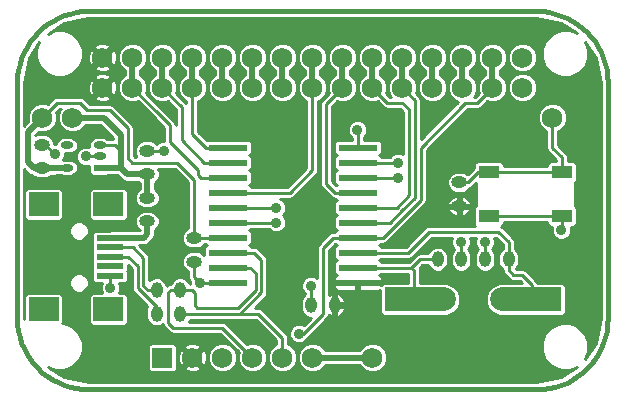
<source format=gtl>
G04 (created by PCBNEW-RS274X (2012-01-19 BZR 3256)-stable) date 5/11/2012 7:46:45 PM*
G01*
G70*
G90*
%MOIN*%
G04 Gerber Fmt 3.4, Leading zero omitted, Abs format*
%FSLAX34Y34*%
G04 APERTURE LIST*
%ADD10C,0.006000*%
%ADD11C,0.015000*%
%ADD12O,0.039400X0.053100*%
%ADD13O,0.053100X0.039400*%
%ADD14R,0.043300X0.023600*%
%ADD15O,0.043300X0.023600*%
%ADD16R,0.128000X0.023600*%
%ADD17R,0.068000X0.068000*%
%ADD18C,0.068000*%
%ADD19R,0.070900X0.043300*%
%ADD20R,0.196900X0.078700*%
%ADD21C,0.078700*%
%ADD22R,0.090600X0.019700*%
%ADD23R,0.098400X0.078700*%
%ADD24C,0.035000*%
%ADD25C,0.020000*%
%ADD26C,0.010000*%
G04 APERTURE END LIST*
G54D10*
G54D11*
X50158Y-33937D02*
X50167Y-34142D01*
X50194Y-34347D01*
X50239Y-34548D01*
X50301Y-34744D01*
X50380Y-34935D01*
X50475Y-35117D01*
X50586Y-35291D01*
X50711Y-35455D01*
X50850Y-35607D01*
X51002Y-35746D01*
X51166Y-35871D01*
X51340Y-35982D01*
X51522Y-36077D01*
X51713Y-36156D01*
X51909Y-36218D01*
X52110Y-36263D01*
X52315Y-36290D01*
X52520Y-36299D01*
X69843Y-26063D02*
X69843Y-33937D01*
X50157Y-33937D02*
X50157Y-26063D01*
X67480Y-36300D02*
X67685Y-36291D01*
X67890Y-36264D01*
X68091Y-36219D01*
X68288Y-36157D01*
X68478Y-36078D01*
X68661Y-35983D01*
X68835Y-35872D01*
X68998Y-35747D01*
X69150Y-35607D01*
X69290Y-35455D01*
X69415Y-35292D01*
X69526Y-35118D01*
X69621Y-34935D01*
X69700Y-34745D01*
X69762Y-34548D01*
X69807Y-34347D01*
X69834Y-34142D01*
X69843Y-33937D01*
X52520Y-23701D02*
X67480Y-23701D01*
X52520Y-36299D02*
X67480Y-36299D01*
X69842Y-26063D02*
X69833Y-25858D01*
X69806Y-25653D01*
X69761Y-25452D01*
X69699Y-25256D01*
X69620Y-25065D01*
X69525Y-24883D01*
X69414Y-24709D01*
X69289Y-24545D01*
X69150Y-24393D01*
X68998Y-24254D01*
X68834Y-24129D01*
X68661Y-24018D01*
X68478Y-23923D01*
X68287Y-23844D01*
X68091Y-23782D01*
X67890Y-23737D01*
X67685Y-23710D01*
X67480Y-23701D01*
X52520Y-23700D02*
X52315Y-23709D01*
X52110Y-23736D01*
X51909Y-23781D01*
X51712Y-23843D01*
X51522Y-23922D01*
X51339Y-24017D01*
X51165Y-24128D01*
X51002Y-24253D01*
X50850Y-24393D01*
X50710Y-24545D01*
X50585Y-24708D01*
X50474Y-24882D01*
X50379Y-25065D01*
X50300Y-25255D01*
X50238Y-25452D01*
X50193Y-25653D01*
X50166Y-25858D01*
X50157Y-26063D01*
G54D12*
X64173Y-31969D03*
X64961Y-31969D03*
X66536Y-31969D03*
X65748Y-31969D03*
X59956Y-33500D03*
X60744Y-33500D03*
G54D13*
X54488Y-28346D03*
X54488Y-29134D03*
X50984Y-28149D03*
X50984Y-28937D03*
G54D14*
X52913Y-28918D03*
G54D15*
X52913Y-28168D03*
X51811Y-28918D03*
X52913Y-28543D03*
X51811Y-28168D03*
G54D16*
X61515Y-32750D03*
X61515Y-32250D03*
X61515Y-31750D03*
X61515Y-31250D03*
X61515Y-30750D03*
X61515Y-30250D03*
X61515Y-29750D03*
X61515Y-29250D03*
X61515Y-28750D03*
X61515Y-28250D03*
X57185Y-28250D03*
X57185Y-28750D03*
X57185Y-29250D03*
X57185Y-29750D03*
X57185Y-30250D03*
X57185Y-30750D03*
X57185Y-31250D03*
X57185Y-31750D03*
X57185Y-32250D03*
X57185Y-32750D03*
G54D17*
X55000Y-35250D03*
G54D18*
X56000Y-35250D03*
X57000Y-35250D03*
X58000Y-35250D03*
X59000Y-35250D03*
X60000Y-35250D03*
G54D19*
X65880Y-29072D03*
X65880Y-30528D03*
X68320Y-29072D03*
X68320Y-30528D03*
G54D12*
X54803Y-32992D03*
X55591Y-32992D03*
X54803Y-33780D03*
X55591Y-33780D03*
G54D18*
X68000Y-27250D03*
X52000Y-27250D03*
X51000Y-27250D03*
G54D13*
X54488Y-30709D03*
X54488Y-29921D03*
X56063Y-32048D03*
X56063Y-31260D03*
X64900Y-30194D03*
X64900Y-29406D03*
G54D18*
X62000Y-35250D03*
G54D20*
X63385Y-33307D03*
X67323Y-33307D03*
G54D21*
X66315Y-33307D03*
X64393Y-33307D03*
G54D22*
X53241Y-32520D03*
X53241Y-32205D03*
X53241Y-31890D03*
X53241Y-31575D03*
X53241Y-31260D03*
G54D23*
X53201Y-30138D03*
X51036Y-30138D03*
X51036Y-33642D03*
X53201Y-33642D03*
G54D18*
X67000Y-25250D03*
X66000Y-25250D03*
X65000Y-25250D03*
X64000Y-25250D03*
X63000Y-25250D03*
X62000Y-25250D03*
X61000Y-25250D03*
X60000Y-25250D03*
X59000Y-25250D03*
X58000Y-25250D03*
X57000Y-25250D03*
X56000Y-25250D03*
X55000Y-25250D03*
X54000Y-25250D03*
X53000Y-25250D03*
X67000Y-26250D03*
X66000Y-26250D03*
X65000Y-26250D03*
X64000Y-26250D03*
X63000Y-26250D03*
X62000Y-26250D03*
X61000Y-26250D03*
X60000Y-26250D03*
X59000Y-26250D03*
X58000Y-26250D03*
X57000Y-26250D03*
X56000Y-26250D03*
X55000Y-26250D03*
X54000Y-26250D03*
X53000Y-26250D03*
G54D24*
X61500Y-27650D03*
X58800Y-30750D03*
X58800Y-30250D03*
X62850Y-29250D03*
X62850Y-28750D03*
X59950Y-32850D03*
X51417Y-28465D03*
X52441Y-28543D03*
X65750Y-31400D03*
X64950Y-31400D03*
X68300Y-31000D03*
X53268Y-32913D03*
X55039Y-28346D03*
X56250Y-32756D03*
X59550Y-34450D03*
G54D25*
X60000Y-35250D02*
X62000Y-35250D01*
G54D26*
X54803Y-32992D02*
X54507Y-32992D01*
X54365Y-31924D02*
X54016Y-31575D01*
X54365Y-32850D02*
X54365Y-31924D01*
X54507Y-32992D02*
X54365Y-32850D01*
X53241Y-31575D02*
X54016Y-31575D01*
X54173Y-32205D02*
X54173Y-32750D01*
X53858Y-31890D02*
X54173Y-32205D01*
X53241Y-31890D02*
X53858Y-31890D01*
X54173Y-32930D02*
X54803Y-33560D01*
X54803Y-33560D02*
X54803Y-33780D01*
X54173Y-32750D02*
X54173Y-32930D01*
X59000Y-34591D02*
X59000Y-35250D01*
X58189Y-33780D02*
X59000Y-34591D01*
X57595Y-33780D02*
X58189Y-33780D01*
X55591Y-33780D02*
X57595Y-33780D01*
X58049Y-31750D02*
X57185Y-31750D01*
X58302Y-33073D02*
X58302Y-32003D01*
X57595Y-33780D02*
X58302Y-33073D01*
X58302Y-32003D02*
X58049Y-31750D01*
X55276Y-32992D02*
X55197Y-33071D01*
X58110Y-32440D02*
X57920Y-32250D01*
X55984Y-32992D02*
X56071Y-33079D01*
X55591Y-32992D02*
X55276Y-32992D01*
X57920Y-32250D02*
X57185Y-32250D01*
X55197Y-34095D02*
X55354Y-34252D01*
X55197Y-33071D02*
X55197Y-34095D01*
X57002Y-34252D02*
X58000Y-35250D01*
X55354Y-34252D02*
X57002Y-34252D01*
X58110Y-32993D02*
X58110Y-32440D01*
X57516Y-33588D02*
X57875Y-33229D01*
X56071Y-33079D02*
X56071Y-33509D01*
X57875Y-33229D02*
X57875Y-33228D01*
X55591Y-32992D02*
X55984Y-32992D01*
X56150Y-33588D02*
X57516Y-33588D01*
X57875Y-33228D02*
X58110Y-32993D01*
X56071Y-33509D02*
X56150Y-33588D01*
X55250Y-28050D02*
X56200Y-29000D01*
X56300Y-29250D02*
X57185Y-29250D01*
X54000Y-26250D02*
X54850Y-27100D01*
X56200Y-29150D02*
X56300Y-29250D01*
X54850Y-27100D02*
X55250Y-27500D01*
G54D25*
X54000Y-25250D02*
X54000Y-26250D01*
G54D26*
X55250Y-27500D02*
X55250Y-28050D01*
X56200Y-29000D02*
X56200Y-29150D01*
G54D25*
X55000Y-25250D02*
X55000Y-26250D01*
G54D26*
X57185Y-28750D02*
X56400Y-28750D01*
X55650Y-28000D02*
X55650Y-26900D01*
X56400Y-28750D02*
X55650Y-28000D01*
X55650Y-26900D02*
X55000Y-26250D01*
X57185Y-28250D02*
X56450Y-28250D01*
X56000Y-27800D02*
X56000Y-26250D01*
X56450Y-28250D02*
X56000Y-27800D01*
G54D25*
X56000Y-25250D02*
X56000Y-26250D01*
G54D26*
X61515Y-27665D02*
X61500Y-27650D01*
X61515Y-28250D02*
X61515Y-27665D01*
G54D25*
X57000Y-25250D02*
X57000Y-26250D01*
G54D26*
X57185Y-30750D02*
X58800Y-30750D01*
G54D25*
X58000Y-25250D02*
X58000Y-26250D01*
X59000Y-25250D02*
X59000Y-26250D01*
G54D26*
X57185Y-30250D02*
X58800Y-30250D01*
X57185Y-29750D02*
X59250Y-29750D01*
X60000Y-29000D02*
X60000Y-26250D01*
X59250Y-29750D02*
X60000Y-29000D01*
G54D25*
X60000Y-25250D02*
X60000Y-26250D01*
G54D26*
X60750Y-29750D02*
X60450Y-29450D01*
G54D25*
X61000Y-25250D02*
X61000Y-26250D01*
G54D26*
X60450Y-29450D02*
X60450Y-26800D01*
X60450Y-26800D02*
X61000Y-26250D01*
X61515Y-29750D02*
X60750Y-29750D01*
X62806Y-30250D02*
X63222Y-29834D01*
X63000Y-26750D02*
X62500Y-26750D01*
X61515Y-30250D02*
X62806Y-30250D01*
X63222Y-29834D02*
X63222Y-26972D01*
G54D25*
X62000Y-25250D02*
X62000Y-26250D01*
G54D26*
X62500Y-26750D02*
X62000Y-26250D01*
X63222Y-26972D02*
X63000Y-26750D01*
X62578Y-30750D02*
X63000Y-30328D01*
G54D25*
X63000Y-25250D02*
X63000Y-26250D01*
G54D26*
X63000Y-30328D02*
X63414Y-29914D01*
X63414Y-26664D02*
X63000Y-26250D01*
X63414Y-29914D02*
X63414Y-26664D01*
X61515Y-30750D02*
X62578Y-30750D01*
G54D25*
X64000Y-25250D02*
X64000Y-26250D01*
G54D26*
X61515Y-29250D02*
X62850Y-29250D01*
G54D25*
X65000Y-25250D02*
X65000Y-26250D01*
G54D26*
X61515Y-28750D02*
X62850Y-28750D01*
X54000Y-28750D02*
X54250Y-28750D01*
X53845Y-28595D02*
X54000Y-28750D01*
X52250Y-26750D02*
X51500Y-26750D01*
X52992Y-27000D02*
X53250Y-27000D01*
X53845Y-27595D02*
X53845Y-28595D01*
X52500Y-27000D02*
X52992Y-27000D01*
G54D25*
X50708Y-28937D02*
X50512Y-28741D01*
X50984Y-28937D02*
X50708Y-28937D01*
X51378Y-28937D02*
X50984Y-28937D01*
X50512Y-27738D02*
X51000Y-27250D01*
X51811Y-28918D02*
X51397Y-28918D01*
G54D26*
X52250Y-26750D02*
X52500Y-27000D01*
X56073Y-31250D02*
X56063Y-31260D01*
G54D25*
X51397Y-28918D02*
X51378Y-28937D01*
G54D26*
X54750Y-28750D02*
X54250Y-28750D01*
X51500Y-26750D02*
X51000Y-27250D01*
X55500Y-28750D02*
X56063Y-29313D01*
X55500Y-28750D02*
X54750Y-28750D01*
G54D25*
X50512Y-28741D02*
X50512Y-27738D01*
G54D26*
X56063Y-31260D02*
X56063Y-29313D01*
X53250Y-27000D02*
X53845Y-27595D01*
X57185Y-31250D02*
X56073Y-31250D01*
X68000Y-28250D02*
X68000Y-27250D01*
X64900Y-29406D02*
X65194Y-29406D01*
X65528Y-29072D02*
X65880Y-29072D01*
X65194Y-29406D02*
X65528Y-29072D01*
X65880Y-29072D02*
X68320Y-29072D01*
X68320Y-28570D02*
X68000Y-28250D01*
X68320Y-29072D02*
X68320Y-28570D01*
G54D25*
X65950Y-35800D02*
X67750Y-34000D01*
X61515Y-33285D02*
X61300Y-33500D01*
X61500Y-33500D02*
X63800Y-35800D01*
X61515Y-32750D02*
X61515Y-33285D01*
X61300Y-33500D02*
X60744Y-33500D01*
X68550Y-34000D02*
X68850Y-33700D01*
G54D26*
X65850Y-27050D02*
X67100Y-27050D01*
G54D25*
X53650Y-24600D02*
X53000Y-25250D01*
X68850Y-33700D02*
X68950Y-33600D01*
X68300Y-26050D02*
X68100Y-26050D01*
X61300Y-33500D02*
X61500Y-33500D01*
X67750Y-34000D02*
X68550Y-34000D01*
X68950Y-33600D02*
X68950Y-26700D01*
X68950Y-26700D02*
X68300Y-26050D01*
X63800Y-35800D02*
X65950Y-35800D01*
X56550Y-35800D02*
X63650Y-35800D01*
X67600Y-24900D02*
X67300Y-24600D01*
X67300Y-24600D02*
X53650Y-24600D01*
X63650Y-35800D02*
X63800Y-35800D01*
X56000Y-35250D02*
X56550Y-35800D01*
X67600Y-25550D02*
X67600Y-24900D01*
G54D26*
X64900Y-30194D02*
X64494Y-30194D01*
X64300Y-30000D02*
X64300Y-28600D01*
G54D25*
X52650Y-25900D02*
X53000Y-26250D01*
X68100Y-26050D02*
X67600Y-25550D01*
X53000Y-25250D02*
X52650Y-25600D01*
G54D26*
X64300Y-28600D02*
X65850Y-27050D01*
X64494Y-30194D02*
X64300Y-30000D01*
X67100Y-27050D02*
X68100Y-26050D01*
G54D25*
X52650Y-25600D02*
X52650Y-25900D01*
G54D26*
X68320Y-30528D02*
X68320Y-30980D01*
X59956Y-32856D02*
X59950Y-32850D01*
X59956Y-33500D02*
X59956Y-32856D01*
X64961Y-31969D02*
X64961Y-31411D01*
X68320Y-30980D02*
X68300Y-31000D01*
X64961Y-31411D02*
X64950Y-31400D01*
X56063Y-32048D02*
X56063Y-32569D01*
X54488Y-28346D02*
X55039Y-28346D01*
X65748Y-31402D02*
X65748Y-31969D01*
X50984Y-28149D02*
X51101Y-28149D01*
X56063Y-32569D02*
X56250Y-32756D01*
X56256Y-32750D02*
X56250Y-32756D01*
X65880Y-30528D02*
X68320Y-30528D01*
X52913Y-28543D02*
X52441Y-28543D01*
X53241Y-32520D02*
X53241Y-32886D01*
X53241Y-32886D02*
X53268Y-32913D01*
X57185Y-32750D02*
X56256Y-32750D01*
X51101Y-28149D02*
X51417Y-28465D01*
X65750Y-31400D02*
X65748Y-31402D01*
G54D25*
X53603Y-28918D02*
X53819Y-29134D01*
X53603Y-28366D02*
X53603Y-27816D01*
G54D26*
X52913Y-28168D02*
X53405Y-28168D01*
G54D25*
X53037Y-27250D02*
X52000Y-27250D01*
X52913Y-28918D02*
X53603Y-28918D01*
X53603Y-28918D02*
X53603Y-28366D01*
X53819Y-29134D02*
X54488Y-29134D01*
G54D26*
X53405Y-28168D02*
X53603Y-28366D01*
G54D25*
X53603Y-27816D02*
X53037Y-27250D01*
X54488Y-29134D02*
X54488Y-29921D01*
X53241Y-31260D02*
X54370Y-31260D01*
X54488Y-31142D02*
X54488Y-30709D01*
X54370Y-31260D02*
X54488Y-31142D01*
G54D26*
X63385Y-33307D02*
X63385Y-32335D01*
X63581Y-31969D02*
X64173Y-31969D01*
X63300Y-32250D02*
X63581Y-31969D01*
X61515Y-32250D02*
X63300Y-32250D01*
X63385Y-32335D02*
X63300Y-32250D01*
X63385Y-33307D02*
X64393Y-33307D01*
X63900Y-31050D02*
X63200Y-31750D01*
X67000Y-32500D02*
X66700Y-32500D01*
X67323Y-33307D02*
X67323Y-32823D01*
X63200Y-31750D02*
X61515Y-31750D01*
X67323Y-32823D02*
X67000Y-32500D01*
X66536Y-31969D02*
X66536Y-31386D01*
X66315Y-33307D02*
X67323Y-33307D01*
X66536Y-31386D02*
X66200Y-31050D01*
X66700Y-32500D02*
X66536Y-32336D01*
X66200Y-31050D02*
X63900Y-31050D01*
X66536Y-32336D02*
X66536Y-31969D01*
X60350Y-31600D02*
X60700Y-31250D01*
X60350Y-32800D02*
X60350Y-31600D01*
X59550Y-34450D02*
X59700Y-34450D01*
X66000Y-26250D02*
X65500Y-26750D01*
X59700Y-34450D02*
X60350Y-33800D01*
X60350Y-33800D02*
X60350Y-32800D01*
G54D25*
X66000Y-25250D02*
X66000Y-26250D01*
G54D26*
X61515Y-31250D02*
X62350Y-31250D01*
X62350Y-31250D02*
X63606Y-29994D01*
X63606Y-28244D02*
X63606Y-29994D01*
X60700Y-31250D02*
X61515Y-31250D01*
X65100Y-26750D02*
X63606Y-28244D01*
X65500Y-26750D02*
X65100Y-26750D01*
G54D10*
G36*
X69618Y-33918D02*
X69451Y-34751D01*
X69097Y-35282D01*
X69200Y-35037D01*
X69200Y-34729D01*
X69082Y-34444D01*
X68865Y-34226D01*
X68823Y-34208D01*
X68823Y-30773D01*
X68823Y-30714D01*
X68823Y-30282D01*
X68800Y-30227D01*
X68758Y-30185D01*
X68750Y-30181D01*
X68750Y-29417D01*
X68759Y-29414D01*
X68801Y-29372D01*
X68823Y-29317D01*
X68823Y-29258D01*
X68823Y-28826D01*
X68800Y-28771D01*
X68758Y-28729D01*
X68703Y-28707D01*
X68644Y-28707D01*
X68520Y-28707D01*
X68520Y-28570D01*
X68505Y-28493D01*
X68461Y-28429D01*
X68461Y-28428D01*
X68200Y-28167D01*
X68200Y-27696D01*
X68277Y-27665D01*
X68414Y-27527D01*
X68489Y-27348D01*
X68489Y-27153D01*
X68415Y-26973D01*
X68277Y-26836D01*
X68098Y-26761D01*
X67903Y-26761D01*
X67723Y-26835D01*
X67586Y-26973D01*
X67511Y-27152D01*
X67511Y-27347D01*
X67585Y-27527D01*
X67723Y-27664D01*
X67800Y-27696D01*
X67800Y-28250D01*
X67815Y-28327D01*
X67859Y-28391D01*
X68120Y-28652D01*
X68120Y-28707D01*
X67936Y-28707D01*
X67881Y-28730D01*
X67839Y-28772D01*
X67817Y-28827D01*
X67817Y-28872D01*
X67489Y-28872D01*
X67489Y-26348D01*
X67489Y-26153D01*
X67489Y-25348D01*
X67489Y-25153D01*
X67415Y-24973D01*
X67277Y-24836D01*
X67098Y-24761D01*
X66903Y-24761D01*
X66723Y-24835D01*
X66586Y-24973D01*
X66511Y-25152D01*
X66511Y-25347D01*
X66585Y-25527D01*
X66723Y-25664D01*
X66902Y-25739D01*
X67097Y-25739D01*
X67277Y-25665D01*
X67414Y-25527D01*
X67489Y-25348D01*
X67489Y-26153D01*
X67415Y-25973D01*
X67277Y-25836D01*
X67098Y-25761D01*
X66903Y-25761D01*
X66723Y-25835D01*
X66586Y-25973D01*
X66511Y-26152D01*
X66511Y-26347D01*
X66585Y-26527D01*
X66723Y-26664D01*
X66902Y-26739D01*
X67097Y-26739D01*
X67277Y-26665D01*
X67414Y-26527D01*
X67489Y-26348D01*
X67489Y-28872D01*
X66383Y-28872D01*
X66383Y-28826D01*
X66360Y-28771D01*
X66318Y-28729D01*
X66263Y-28707D01*
X66204Y-28707D01*
X65496Y-28707D01*
X65441Y-28730D01*
X65399Y-28772D01*
X65377Y-28827D01*
X65377Y-28886D01*
X65377Y-28940D01*
X65184Y-29133D01*
X65169Y-29118D01*
X65044Y-29066D01*
X64909Y-29066D01*
X64757Y-29066D01*
X64632Y-29118D01*
X64536Y-29213D01*
X64484Y-29338D01*
X64484Y-29473D01*
X64536Y-29598D01*
X64631Y-29694D01*
X64756Y-29746D01*
X64891Y-29746D01*
X65043Y-29746D01*
X65168Y-29694D01*
X65264Y-29599D01*
X65267Y-29591D01*
X65270Y-29591D01*
X65271Y-29591D01*
X65335Y-29547D01*
X65450Y-29432D01*
X65450Y-30182D01*
X65441Y-30186D01*
X65399Y-30228D01*
X65377Y-30283D01*
X65377Y-30342D01*
X65377Y-30774D01*
X65400Y-30829D01*
X65421Y-30850D01*
X65299Y-30850D01*
X65299Y-30297D01*
X65299Y-30091D01*
X65235Y-29979D01*
X65132Y-29893D01*
X65004Y-29853D01*
X64950Y-29889D01*
X64950Y-30144D01*
X65273Y-30144D01*
X65299Y-30091D01*
X65299Y-30297D01*
X65273Y-30244D01*
X64950Y-30244D01*
X64950Y-30499D01*
X65004Y-30535D01*
X65132Y-30495D01*
X65235Y-30409D01*
X65299Y-30297D01*
X65299Y-30850D01*
X64850Y-30850D01*
X64850Y-30499D01*
X64850Y-30244D01*
X64850Y-30144D01*
X64850Y-29889D01*
X64796Y-29853D01*
X64668Y-29893D01*
X64565Y-29979D01*
X64501Y-30091D01*
X64527Y-30144D01*
X64850Y-30144D01*
X64850Y-30244D01*
X64527Y-30244D01*
X64501Y-30297D01*
X64565Y-30409D01*
X64668Y-30495D01*
X64796Y-30535D01*
X64850Y-30499D01*
X64850Y-30850D01*
X63900Y-30850D01*
X63823Y-30865D01*
X63758Y-30909D01*
X63117Y-31550D01*
X62282Y-31550D01*
X62281Y-31547D01*
X62239Y-31505D01*
X62226Y-31499D01*
X62240Y-31494D01*
X62282Y-31452D01*
X62282Y-31450D01*
X62350Y-31450D01*
X62350Y-31449D01*
X62426Y-31435D01*
X62427Y-31435D01*
X62491Y-31391D01*
X63747Y-30136D01*
X63747Y-30135D01*
X63791Y-30071D01*
X63805Y-29994D01*
X63806Y-29994D01*
X63806Y-28326D01*
X65182Y-26950D01*
X65500Y-26950D01*
X65500Y-26949D01*
X65576Y-26935D01*
X65577Y-26935D01*
X65641Y-26891D01*
X65825Y-26706D01*
X65902Y-26739D01*
X66097Y-26739D01*
X66277Y-26665D01*
X66414Y-26527D01*
X66489Y-26348D01*
X66489Y-26153D01*
X66415Y-25973D01*
X66277Y-25836D01*
X66250Y-25824D01*
X66250Y-25676D01*
X66277Y-25665D01*
X66414Y-25527D01*
X66489Y-25348D01*
X66489Y-25153D01*
X66415Y-24973D01*
X66277Y-24836D01*
X66098Y-24761D01*
X65903Y-24761D01*
X65723Y-24835D01*
X65586Y-24973D01*
X65511Y-25152D01*
X65511Y-25347D01*
X65585Y-25527D01*
X65723Y-25664D01*
X65750Y-25675D01*
X65750Y-25823D01*
X65723Y-25835D01*
X65586Y-25973D01*
X65511Y-26152D01*
X65511Y-26347D01*
X65543Y-26424D01*
X65418Y-26550D01*
X65391Y-26550D01*
X65414Y-26527D01*
X65489Y-26348D01*
X65489Y-26153D01*
X65415Y-25973D01*
X65277Y-25836D01*
X65250Y-25824D01*
X65250Y-25676D01*
X65277Y-25665D01*
X65414Y-25527D01*
X65489Y-25348D01*
X65489Y-25153D01*
X65415Y-24973D01*
X65277Y-24836D01*
X65098Y-24761D01*
X64903Y-24761D01*
X64723Y-24835D01*
X64586Y-24973D01*
X64511Y-25152D01*
X64511Y-25347D01*
X64585Y-25527D01*
X64723Y-25664D01*
X64750Y-25675D01*
X64750Y-25823D01*
X64723Y-25835D01*
X64586Y-25973D01*
X64511Y-26152D01*
X64511Y-26347D01*
X64585Y-26527D01*
X64723Y-26664D01*
X64849Y-26717D01*
X64489Y-27077D01*
X64489Y-26348D01*
X64489Y-26153D01*
X64415Y-25973D01*
X64277Y-25836D01*
X64250Y-25824D01*
X64250Y-25676D01*
X64277Y-25665D01*
X64414Y-25527D01*
X64489Y-25348D01*
X64489Y-25153D01*
X64415Y-24973D01*
X64277Y-24836D01*
X64098Y-24761D01*
X63903Y-24761D01*
X63723Y-24835D01*
X63586Y-24973D01*
X63511Y-25152D01*
X63511Y-25347D01*
X63585Y-25527D01*
X63723Y-25664D01*
X63750Y-25675D01*
X63750Y-25823D01*
X63723Y-25835D01*
X63586Y-25973D01*
X63511Y-26152D01*
X63511Y-26347D01*
X63585Y-26527D01*
X63723Y-26664D01*
X63902Y-26739D01*
X64097Y-26739D01*
X64277Y-26665D01*
X64414Y-26527D01*
X64489Y-26348D01*
X64489Y-27077D01*
X63614Y-27953D01*
X63614Y-26664D01*
X63599Y-26587D01*
X63555Y-26523D01*
X63555Y-26522D01*
X63457Y-26424D01*
X63489Y-26348D01*
X63489Y-26153D01*
X63415Y-25973D01*
X63277Y-25836D01*
X63250Y-25824D01*
X63250Y-25676D01*
X63277Y-25665D01*
X63414Y-25527D01*
X63489Y-25348D01*
X63489Y-25153D01*
X63415Y-24973D01*
X63277Y-24836D01*
X63098Y-24761D01*
X62903Y-24761D01*
X62723Y-24835D01*
X62586Y-24973D01*
X62511Y-25152D01*
X62511Y-25347D01*
X62585Y-25527D01*
X62723Y-25664D01*
X62750Y-25675D01*
X62750Y-25823D01*
X62723Y-25835D01*
X62586Y-25973D01*
X62511Y-26152D01*
X62511Y-26347D01*
X62585Y-26527D01*
X62608Y-26550D01*
X62582Y-26550D01*
X62456Y-26424D01*
X62489Y-26348D01*
X62489Y-26153D01*
X62415Y-25973D01*
X62277Y-25836D01*
X62250Y-25824D01*
X62250Y-25676D01*
X62277Y-25665D01*
X62414Y-25527D01*
X62489Y-25348D01*
X62489Y-25153D01*
X62415Y-24973D01*
X62277Y-24836D01*
X62098Y-24761D01*
X61903Y-24761D01*
X61723Y-24835D01*
X61586Y-24973D01*
X61511Y-25152D01*
X61511Y-25347D01*
X61585Y-25527D01*
X61723Y-25664D01*
X61750Y-25675D01*
X61750Y-25823D01*
X61723Y-25835D01*
X61586Y-25973D01*
X61511Y-26152D01*
X61511Y-26347D01*
X61585Y-26527D01*
X61723Y-26664D01*
X61902Y-26739D01*
X62097Y-26739D01*
X62174Y-26706D01*
X62359Y-26891D01*
X62423Y-26935D01*
X62424Y-26935D01*
X62500Y-26950D01*
X62917Y-26950D01*
X63022Y-27054D01*
X63022Y-28469D01*
X62915Y-28425D01*
X62786Y-28425D01*
X62666Y-28474D01*
X62590Y-28550D01*
X62282Y-28550D01*
X62281Y-28547D01*
X62239Y-28505D01*
X62226Y-28499D01*
X62240Y-28494D01*
X62282Y-28452D01*
X62304Y-28397D01*
X62304Y-28338D01*
X62304Y-28102D01*
X62281Y-28047D01*
X62239Y-28005D01*
X62184Y-27983D01*
X62125Y-27983D01*
X61715Y-27983D01*
X61715Y-27895D01*
X61775Y-27835D01*
X61825Y-27715D01*
X61825Y-27586D01*
X61776Y-27466D01*
X61685Y-27375D01*
X61565Y-27325D01*
X61436Y-27325D01*
X61316Y-27374D01*
X61225Y-27465D01*
X61175Y-27585D01*
X61175Y-27714D01*
X61224Y-27834D01*
X61315Y-27925D01*
X61315Y-27983D01*
X60845Y-27983D01*
X60790Y-28006D01*
X60748Y-28048D01*
X60726Y-28103D01*
X60726Y-28162D01*
X60726Y-28398D01*
X60749Y-28453D01*
X60791Y-28495D01*
X60803Y-28500D01*
X60790Y-28506D01*
X60748Y-28548D01*
X60726Y-28603D01*
X60726Y-28662D01*
X60726Y-28898D01*
X60749Y-28953D01*
X60791Y-28995D01*
X60803Y-29000D01*
X60790Y-29006D01*
X60748Y-29048D01*
X60726Y-29103D01*
X60726Y-29162D01*
X60726Y-29398D01*
X60749Y-29453D01*
X60791Y-29495D01*
X60803Y-29500D01*
X60790Y-29506D01*
X60789Y-29506D01*
X60650Y-29367D01*
X60650Y-26882D01*
X60825Y-26706D01*
X60902Y-26739D01*
X61097Y-26739D01*
X61277Y-26665D01*
X61414Y-26527D01*
X61489Y-26348D01*
X61489Y-26153D01*
X61415Y-25973D01*
X61277Y-25836D01*
X61250Y-25824D01*
X61250Y-25676D01*
X61277Y-25665D01*
X61414Y-25527D01*
X61489Y-25348D01*
X61489Y-25153D01*
X61415Y-24973D01*
X61277Y-24836D01*
X61098Y-24761D01*
X60903Y-24761D01*
X60723Y-24835D01*
X60586Y-24973D01*
X60511Y-25152D01*
X60511Y-25347D01*
X60585Y-25527D01*
X60723Y-25664D01*
X60750Y-25675D01*
X60750Y-25823D01*
X60723Y-25835D01*
X60586Y-25973D01*
X60511Y-26152D01*
X60511Y-26347D01*
X60542Y-26424D01*
X60309Y-26659D01*
X60265Y-26723D01*
X60250Y-26800D01*
X60250Y-29450D01*
X60265Y-29527D01*
X60309Y-29591D01*
X60608Y-29891D01*
X60609Y-29891D01*
X60673Y-29935D01*
X60747Y-29949D01*
X60749Y-29953D01*
X60791Y-29995D01*
X60803Y-30000D01*
X60790Y-30006D01*
X60748Y-30048D01*
X60726Y-30103D01*
X60726Y-30162D01*
X60726Y-30398D01*
X60749Y-30453D01*
X60791Y-30495D01*
X60803Y-30500D01*
X60790Y-30506D01*
X60748Y-30548D01*
X60726Y-30603D01*
X60726Y-30662D01*
X60726Y-30898D01*
X60749Y-30953D01*
X60791Y-30995D01*
X60803Y-31000D01*
X60790Y-31006D01*
X60748Y-31048D01*
X60747Y-31050D01*
X60700Y-31050D01*
X60623Y-31065D01*
X60558Y-31109D01*
X60209Y-31459D01*
X60165Y-31523D01*
X60150Y-31600D01*
X60150Y-32590D01*
X60135Y-32575D01*
X60015Y-32525D01*
X59886Y-32525D01*
X59766Y-32574D01*
X59675Y-32665D01*
X59625Y-32785D01*
X59625Y-32914D01*
X59674Y-33034D01*
X59756Y-33116D01*
X59756Y-33143D01*
X59668Y-33231D01*
X59616Y-33356D01*
X59616Y-33491D01*
X59616Y-33643D01*
X59668Y-33768D01*
X59763Y-33864D01*
X59888Y-33916D01*
X59951Y-33916D01*
X59705Y-34162D01*
X59615Y-34125D01*
X59486Y-34125D01*
X59366Y-34174D01*
X59275Y-34265D01*
X59225Y-34385D01*
X59225Y-34514D01*
X59274Y-34634D01*
X59365Y-34725D01*
X59485Y-34775D01*
X59614Y-34775D01*
X59734Y-34726D01*
X59825Y-34635D01*
X59844Y-34587D01*
X60491Y-33942D01*
X60491Y-33941D01*
X60535Y-33877D01*
X60541Y-33842D01*
X60641Y-33899D01*
X60694Y-33873D01*
X60694Y-33600D01*
X60694Y-33550D01*
X60694Y-33450D01*
X60694Y-33400D01*
X60694Y-33127D01*
X60641Y-33101D01*
X60550Y-33153D01*
X60550Y-32800D01*
X60550Y-31682D01*
X60764Y-31468D01*
X60791Y-31495D01*
X60803Y-31500D01*
X60790Y-31506D01*
X60748Y-31548D01*
X60726Y-31603D01*
X60726Y-31662D01*
X60726Y-31898D01*
X60749Y-31953D01*
X60791Y-31995D01*
X60803Y-32000D01*
X60790Y-32006D01*
X60748Y-32048D01*
X60726Y-32103D01*
X60726Y-32162D01*
X60726Y-32398D01*
X60749Y-32453D01*
X60791Y-32495D01*
X60803Y-32500D01*
X60790Y-32506D01*
X60748Y-32548D01*
X60726Y-32603D01*
X60726Y-32662D01*
X60725Y-32663D01*
X60762Y-32700D01*
X61415Y-32700D01*
X61465Y-32700D01*
X61565Y-32700D01*
X61615Y-32700D01*
X62268Y-32700D01*
X62305Y-32663D01*
X62304Y-32662D01*
X62304Y-32603D01*
X62282Y-32548D01*
X62240Y-32506D01*
X62225Y-32500D01*
X62240Y-32494D01*
X62282Y-32452D01*
X62282Y-32450D01*
X63185Y-32450D01*
X63185Y-32765D01*
X62371Y-32765D01*
X62316Y-32788D01*
X62286Y-32818D01*
X62268Y-32800D01*
X61565Y-32800D01*
X61565Y-32981D01*
X61602Y-33018D01*
X62185Y-33017D01*
X62240Y-32994D01*
X62252Y-32982D01*
X62252Y-33730D01*
X62275Y-33785D01*
X62317Y-33827D01*
X62372Y-33849D01*
X62431Y-33849D01*
X64284Y-33849D01*
X64399Y-33849D01*
X64500Y-33849D01*
X64699Y-33767D01*
X64852Y-33615D01*
X64935Y-33416D01*
X64935Y-33200D01*
X64853Y-33001D01*
X64701Y-32848D01*
X64502Y-32765D01*
X64398Y-32765D01*
X64339Y-32765D01*
X64286Y-32765D01*
X63585Y-32765D01*
X63585Y-32335D01*
X63570Y-32261D01*
X63663Y-32169D01*
X63856Y-32169D01*
X63885Y-32237D01*
X63980Y-32333D01*
X64105Y-32385D01*
X64240Y-32385D01*
X64365Y-32333D01*
X64461Y-32238D01*
X64513Y-32113D01*
X64513Y-31978D01*
X64513Y-31826D01*
X64461Y-31701D01*
X64366Y-31605D01*
X64241Y-31553D01*
X64106Y-31553D01*
X63981Y-31605D01*
X63885Y-31700D01*
X63856Y-31769D01*
X63581Y-31769D01*
X63504Y-31784D01*
X63439Y-31828D01*
X63217Y-32050D01*
X62282Y-32050D01*
X62281Y-32047D01*
X62239Y-32005D01*
X62226Y-31999D01*
X62240Y-31994D01*
X62282Y-31952D01*
X62282Y-31950D01*
X63200Y-31950D01*
X63200Y-31949D01*
X63276Y-31935D01*
X63277Y-31935D01*
X63341Y-31891D01*
X63982Y-31250D01*
X64660Y-31250D01*
X64625Y-31335D01*
X64625Y-31464D01*
X64674Y-31584D01*
X64731Y-31641D01*
X64673Y-31700D01*
X64621Y-31825D01*
X64621Y-31960D01*
X64621Y-32112D01*
X64673Y-32237D01*
X64768Y-32333D01*
X64893Y-32385D01*
X65028Y-32385D01*
X65153Y-32333D01*
X65249Y-32238D01*
X65301Y-32113D01*
X65301Y-31978D01*
X65301Y-31826D01*
X65249Y-31701D01*
X65179Y-31630D01*
X65225Y-31585D01*
X65275Y-31465D01*
X65275Y-31336D01*
X65239Y-31250D01*
X65460Y-31250D01*
X65425Y-31335D01*
X65425Y-31464D01*
X65474Y-31584D01*
X65525Y-31635D01*
X65460Y-31700D01*
X65408Y-31825D01*
X65408Y-31960D01*
X65408Y-32112D01*
X65460Y-32237D01*
X65555Y-32333D01*
X65680Y-32385D01*
X65815Y-32385D01*
X65940Y-32333D01*
X66036Y-32238D01*
X66088Y-32113D01*
X66088Y-31978D01*
X66088Y-31826D01*
X66036Y-31701D01*
X65972Y-31637D01*
X66025Y-31585D01*
X66075Y-31465D01*
X66075Y-31336D01*
X66039Y-31250D01*
X66117Y-31250D01*
X66336Y-31468D01*
X66336Y-31612D01*
X66248Y-31700D01*
X66196Y-31825D01*
X66196Y-31960D01*
X66196Y-32112D01*
X66248Y-32237D01*
X66336Y-32325D01*
X66336Y-32336D01*
X66351Y-32413D01*
X66395Y-32477D01*
X66558Y-32641D01*
X66559Y-32641D01*
X66623Y-32685D01*
X66699Y-32699D01*
X66700Y-32700D01*
X66800Y-32700D01*
X66917Y-32700D01*
X66982Y-32765D01*
X66800Y-32765D01*
X66424Y-32765D01*
X66309Y-32765D01*
X66208Y-32765D01*
X66009Y-32847D01*
X65856Y-32999D01*
X65773Y-33198D01*
X65773Y-33414D01*
X65855Y-33613D01*
X66007Y-33766D01*
X66206Y-33849D01*
X66310Y-33849D01*
X66369Y-33849D01*
X66422Y-33849D01*
X66800Y-33849D01*
X68337Y-33849D01*
X68392Y-33826D01*
X68434Y-33784D01*
X68456Y-33729D01*
X68456Y-33670D01*
X68456Y-32884D01*
X68433Y-32829D01*
X68391Y-32787D01*
X68336Y-32765D01*
X68277Y-32765D01*
X67511Y-32765D01*
X67508Y-32746D01*
X67464Y-32682D01*
X67464Y-32681D01*
X67141Y-32359D01*
X67077Y-32315D01*
X67000Y-32300D01*
X66800Y-32300D01*
X66782Y-32300D01*
X66772Y-32289D01*
X66800Y-32261D01*
X66824Y-32238D01*
X66876Y-32113D01*
X66876Y-31978D01*
X66876Y-31826D01*
X66824Y-31701D01*
X66800Y-31676D01*
X66736Y-31612D01*
X66736Y-31386D01*
X66721Y-31310D01*
X66721Y-31309D01*
X66699Y-31277D01*
X66677Y-31245D01*
X66677Y-31244D01*
X66341Y-30909D01*
X66297Y-30879D01*
X66319Y-30870D01*
X66361Y-30828D01*
X66383Y-30773D01*
X66383Y-30728D01*
X66800Y-30728D01*
X67817Y-30728D01*
X67817Y-30774D01*
X67840Y-30829D01*
X67882Y-30871D01*
X67937Y-30893D01*
X67992Y-30893D01*
X67975Y-30935D01*
X67975Y-31064D01*
X68024Y-31184D01*
X68115Y-31275D01*
X68235Y-31325D01*
X68364Y-31325D01*
X68484Y-31276D01*
X68575Y-31185D01*
X68625Y-31065D01*
X68625Y-30936D01*
X68607Y-30893D01*
X68704Y-30893D01*
X68750Y-30873D01*
X68759Y-30870D01*
X68801Y-30828D01*
X68823Y-30773D01*
X68823Y-34208D01*
X68750Y-34177D01*
X68580Y-34107D01*
X68272Y-34107D01*
X67987Y-34225D01*
X67769Y-34442D01*
X67650Y-34727D01*
X67650Y-35035D01*
X67768Y-35320D01*
X67985Y-35538D01*
X68270Y-35657D01*
X68578Y-35657D01*
X68750Y-35585D01*
X68826Y-35554D01*
X68750Y-35605D01*
X68297Y-35907D01*
X67461Y-36074D01*
X66800Y-36074D01*
X62489Y-36074D01*
X62489Y-35348D01*
X62489Y-35153D01*
X62415Y-34973D01*
X62277Y-34836D01*
X62098Y-34761D01*
X61903Y-34761D01*
X61723Y-34835D01*
X61586Y-34973D01*
X61574Y-35000D01*
X61465Y-35000D01*
X61465Y-32981D01*
X61465Y-32800D01*
X60762Y-32800D01*
X60725Y-32837D01*
X60726Y-32838D01*
X60726Y-32897D01*
X60748Y-32952D01*
X60790Y-32994D01*
X60845Y-33017D01*
X61428Y-33018D01*
X61465Y-32981D01*
X61465Y-35000D01*
X61085Y-35000D01*
X61085Y-33604D01*
X61085Y-33396D01*
X61045Y-33268D01*
X60959Y-33165D01*
X60847Y-33101D01*
X60794Y-33127D01*
X60794Y-33450D01*
X61049Y-33450D01*
X61085Y-33396D01*
X61085Y-33604D01*
X61049Y-33550D01*
X60794Y-33550D01*
X60794Y-33873D01*
X60847Y-33899D01*
X60959Y-33835D01*
X61045Y-33732D01*
X61085Y-33604D01*
X61085Y-35000D01*
X60426Y-35000D01*
X60415Y-34973D01*
X60277Y-34836D01*
X60098Y-34761D01*
X59903Y-34761D01*
X59723Y-34835D01*
X59586Y-34973D01*
X59511Y-35152D01*
X59511Y-35347D01*
X59585Y-35527D01*
X59723Y-35664D01*
X59902Y-35739D01*
X60097Y-35739D01*
X60277Y-35665D01*
X60414Y-35527D01*
X60425Y-35500D01*
X61573Y-35500D01*
X61585Y-35527D01*
X61723Y-35664D01*
X61902Y-35739D01*
X62097Y-35739D01*
X62277Y-35665D01*
X62414Y-35527D01*
X62489Y-35348D01*
X62489Y-36074D01*
X57489Y-36074D01*
X57489Y-35348D01*
X57489Y-35153D01*
X57415Y-34973D01*
X57277Y-34836D01*
X57098Y-34761D01*
X56903Y-34761D01*
X56723Y-34835D01*
X56586Y-34973D01*
X56511Y-35152D01*
X56511Y-35347D01*
X56585Y-35527D01*
X56723Y-35664D01*
X56902Y-35739D01*
X57097Y-35739D01*
X57277Y-35665D01*
X57414Y-35527D01*
X57489Y-35348D01*
X57489Y-36074D01*
X56485Y-36074D01*
X56485Y-35315D01*
X56473Y-35125D01*
X56424Y-35005D01*
X56354Y-34967D01*
X56283Y-35038D01*
X56283Y-34896D01*
X56245Y-34826D01*
X56065Y-34765D01*
X55875Y-34777D01*
X55755Y-34826D01*
X55717Y-34896D01*
X56000Y-35179D01*
X56283Y-34896D01*
X56283Y-35038D01*
X56071Y-35250D01*
X56354Y-35533D01*
X56424Y-35495D01*
X56485Y-35315D01*
X56485Y-36074D01*
X56283Y-36074D01*
X56283Y-35604D01*
X56000Y-35321D01*
X55929Y-35392D01*
X55929Y-35250D01*
X55646Y-34967D01*
X55576Y-35005D01*
X55515Y-35185D01*
X55527Y-35375D01*
X55576Y-35495D01*
X55646Y-35533D01*
X55929Y-35250D01*
X55929Y-35392D01*
X55717Y-35604D01*
X55755Y-35674D01*
X55935Y-35735D01*
X56125Y-35723D01*
X56245Y-35674D01*
X56283Y-35604D01*
X56283Y-36074D01*
X55489Y-36074D01*
X55489Y-35619D01*
X55489Y-35560D01*
X55489Y-34880D01*
X55466Y-34825D01*
X55424Y-34783D01*
X55369Y-34761D01*
X55310Y-34761D01*
X54630Y-34761D01*
X54575Y-34784D01*
X54533Y-34826D01*
X54511Y-34881D01*
X54511Y-34940D01*
X54511Y-35620D01*
X54534Y-35675D01*
X54576Y-35717D01*
X54631Y-35739D01*
X54690Y-35739D01*
X55370Y-35739D01*
X55425Y-35716D01*
X55467Y-35674D01*
X55489Y-35619D01*
X55489Y-36074D01*
X52544Y-36074D01*
X52544Y-32821D01*
X52544Y-32691D01*
X52544Y-31089D01*
X52544Y-30959D01*
X52494Y-30839D01*
X52402Y-30747D01*
X52282Y-30697D01*
X52152Y-30697D01*
X52032Y-30747D01*
X51940Y-30839D01*
X51890Y-30959D01*
X51890Y-31089D01*
X51940Y-31209D01*
X52032Y-31301D01*
X52152Y-31351D01*
X52282Y-31351D01*
X52402Y-31301D01*
X52494Y-31209D01*
X52544Y-31089D01*
X52544Y-32691D01*
X52494Y-32571D01*
X52402Y-32479D01*
X52282Y-32429D01*
X52152Y-32429D01*
X52032Y-32479D01*
X51940Y-32571D01*
X51890Y-32691D01*
X51890Y-32821D01*
X51940Y-32941D01*
X52032Y-33033D01*
X52152Y-33083D01*
X52282Y-33083D01*
X52402Y-33033D01*
X52494Y-32941D01*
X52544Y-32821D01*
X52544Y-36074D01*
X52538Y-36074D01*
X51703Y-35906D01*
X51180Y-35557D01*
X51419Y-35657D01*
X51727Y-35657D01*
X52012Y-35539D01*
X52230Y-35322D01*
X52349Y-35037D01*
X52349Y-34729D01*
X52231Y-34444D01*
X52014Y-34226D01*
X51729Y-34107D01*
X51659Y-34107D01*
X51677Y-34064D01*
X51677Y-34005D01*
X51677Y-33219D01*
X51677Y-30560D01*
X51677Y-30501D01*
X51677Y-29715D01*
X51654Y-29660D01*
X51612Y-29618D01*
X51557Y-29596D01*
X51498Y-29596D01*
X50514Y-29596D01*
X50459Y-29619D01*
X50417Y-29661D01*
X50395Y-29716D01*
X50395Y-29775D01*
X50395Y-30561D01*
X50418Y-30616D01*
X50460Y-30658D01*
X50515Y-30680D01*
X50574Y-30680D01*
X51558Y-30680D01*
X51613Y-30657D01*
X51655Y-30615D01*
X51677Y-30560D01*
X51677Y-33219D01*
X51654Y-33164D01*
X51612Y-33122D01*
X51557Y-33100D01*
X51498Y-33100D01*
X50514Y-33100D01*
X50459Y-33123D01*
X50417Y-33165D01*
X50395Y-33220D01*
X50395Y-33279D01*
X50395Y-33973D01*
X50382Y-33908D01*
X50382Y-28965D01*
X50531Y-29114D01*
X50612Y-29168D01*
X50669Y-29179D01*
X50715Y-29225D01*
X50840Y-29277D01*
X50975Y-29277D01*
X51127Y-29277D01*
X51252Y-29225D01*
X51290Y-29187D01*
X51378Y-29187D01*
X51473Y-29168D01*
X51474Y-29168D01*
X51621Y-29168D01*
X51653Y-29181D01*
X51758Y-29181D01*
X51968Y-29181D01*
X52065Y-29141D01*
X52139Y-29067D01*
X52179Y-28971D01*
X52179Y-28866D01*
X52139Y-28769D01*
X52065Y-28695D01*
X51969Y-28655D01*
X51864Y-28655D01*
X51687Y-28655D01*
X51692Y-28650D01*
X51742Y-28530D01*
X51742Y-28431D01*
X51758Y-28431D01*
X51968Y-28431D01*
X52065Y-28391D01*
X52139Y-28317D01*
X52179Y-28221D01*
X52179Y-28116D01*
X52139Y-28019D01*
X52065Y-27945D01*
X51969Y-27905D01*
X51864Y-27905D01*
X51654Y-27905D01*
X51557Y-27945D01*
X51483Y-28019D01*
X51443Y-28115D01*
X51443Y-28140D01*
X51400Y-28140D01*
X51400Y-28082D01*
X51348Y-27957D01*
X51253Y-27861D01*
X51128Y-27809D01*
X50993Y-27809D01*
X50841Y-27809D01*
X50762Y-27841D01*
X50875Y-27728D01*
X50902Y-27739D01*
X51097Y-27739D01*
X51277Y-27665D01*
X51414Y-27527D01*
X51489Y-27348D01*
X51489Y-27153D01*
X51456Y-27075D01*
X51582Y-26950D01*
X51608Y-26950D01*
X51586Y-26973D01*
X51511Y-27152D01*
X51511Y-27347D01*
X51585Y-27527D01*
X51723Y-27664D01*
X51902Y-27739D01*
X52097Y-27739D01*
X52277Y-27665D01*
X52414Y-27527D01*
X52425Y-27500D01*
X52933Y-27500D01*
X53353Y-27919D01*
X53353Y-27968D01*
X53190Y-27968D01*
X53167Y-27945D01*
X53071Y-27905D01*
X52966Y-27905D01*
X52756Y-27905D01*
X52659Y-27945D01*
X52585Y-28019D01*
X52545Y-28115D01*
X52545Y-28220D01*
X52552Y-28237D01*
X52506Y-28218D01*
X52377Y-28218D01*
X52257Y-28267D01*
X52166Y-28358D01*
X52116Y-28478D01*
X52116Y-28607D01*
X52165Y-28727D01*
X52256Y-28818D01*
X52376Y-28868D01*
X52505Y-28868D01*
X52548Y-28850D01*
X52548Y-29066D01*
X52571Y-29121D01*
X52613Y-29163D01*
X52668Y-29185D01*
X52727Y-29185D01*
X53159Y-29185D01*
X53199Y-29168D01*
X53499Y-29168D01*
X53640Y-29308D01*
X53642Y-29311D01*
X53723Y-29365D01*
X53819Y-29384D01*
X54181Y-29384D01*
X54219Y-29422D01*
X54238Y-29429D01*
X54238Y-29625D01*
X54220Y-29633D01*
X54124Y-29728D01*
X54072Y-29853D01*
X54072Y-29988D01*
X54124Y-30113D01*
X54219Y-30209D01*
X54344Y-30261D01*
X54479Y-30261D01*
X54631Y-30261D01*
X54756Y-30209D01*
X54852Y-30114D01*
X54904Y-29989D01*
X54904Y-29854D01*
X54852Y-29729D01*
X54757Y-29633D01*
X54738Y-29625D01*
X54738Y-29429D01*
X54756Y-29422D01*
X54852Y-29327D01*
X54904Y-29202D01*
X54904Y-29067D01*
X54855Y-28950D01*
X55417Y-28950D01*
X55863Y-29395D01*
X55863Y-30943D01*
X55795Y-30972D01*
X55699Y-31067D01*
X55647Y-31192D01*
X55647Y-31327D01*
X55699Y-31452D01*
X55794Y-31548D01*
X55919Y-31600D01*
X56054Y-31600D01*
X56206Y-31600D01*
X56331Y-31548D01*
X56422Y-31456D01*
X56461Y-31495D01*
X56473Y-31500D01*
X56460Y-31506D01*
X56418Y-31548D01*
X56396Y-31603D01*
X56396Y-31662D01*
X56396Y-31824D01*
X56332Y-31760D01*
X56207Y-31708D01*
X56072Y-31708D01*
X55920Y-31708D01*
X55795Y-31760D01*
X55699Y-31855D01*
X55647Y-31980D01*
X55647Y-32115D01*
X55699Y-32240D01*
X55794Y-32336D01*
X55863Y-32364D01*
X55863Y-32569D01*
X55878Y-32646D01*
X55922Y-32710D01*
X55925Y-32713D01*
X55925Y-32792D01*
X55907Y-32792D01*
X55879Y-32724D01*
X55784Y-32628D01*
X55659Y-32576D01*
X55524Y-32576D01*
X55399Y-32628D01*
X55303Y-32723D01*
X55274Y-32792D01*
X55199Y-32807D01*
X55141Y-32845D01*
X55091Y-32724D01*
X54996Y-32628D01*
X54871Y-32576D01*
X54736Y-32576D01*
X54611Y-32628D01*
X54565Y-32673D01*
X54565Y-31924D01*
X54550Y-31847D01*
X54506Y-31783D01*
X54506Y-31782D01*
X54233Y-31510D01*
X54370Y-31510D01*
X54465Y-31491D01*
X54466Y-31491D01*
X54547Y-31437D01*
X54662Y-31320D01*
X54664Y-31319D01*
X54665Y-31319D01*
X54719Y-31238D01*
X54738Y-31143D01*
X54737Y-31142D01*
X54738Y-31142D01*
X54738Y-31004D01*
X54756Y-30997D01*
X54852Y-30902D01*
X54904Y-30777D01*
X54904Y-30642D01*
X54852Y-30517D01*
X54757Y-30421D01*
X54632Y-30369D01*
X54497Y-30369D01*
X54345Y-30369D01*
X54220Y-30421D01*
X54124Y-30516D01*
X54072Y-30641D01*
X54072Y-30776D01*
X54124Y-30901D01*
X54219Y-30997D01*
X54238Y-31004D01*
X54238Y-31010D01*
X53842Y-31010D01*
X53842Y-30560D01*
X53842Y-30501D01*
X53842Y-29715D01*
X53819Y-29660D01*
X53777Y-29618D01*
X53722Y-29596D01*
X53663Y-29596D01*
X52679Y-29596D01*
X52624Y-29619D01*
X52582Y-29661D01*
X52560Y-29716D01*
X52560Y-29775D01*
X52560Y-30561D01*
X52583Y-30616D01*
X52625Y-30658D01*
X52680Y-30680D01*
X52739Y-30680D01*
X53723Y-30680D01*
X53778Y-30657D01*
X53820Y-30615D01*
X53842Y-30560D01*
X53842Y-31010D01*
X53241Y-31010D01*
X53225Y-31013D01*
X52758Y-31013D01*
X52703Y-31036D01*
X52661Y-31078D01*
X52639Y-31133D01*
X52639Y-31192D01*
X52639Y-31388D01*
X52651Y-31417D01*
X52639Y-31448D01*
X52639Y-31507D01*
X52639Y-31703D01*
X52651Y-31732D01*
X52639Y-31763D01*
X52639Y-31822D01*
X52639Y-32018D01*
X52651Y-32047D01*
X52639Y-32078D01*
X52639Y-32137D01*
X52639Y-32333D01*
X52651Y-32362D01*
X52639Y-32393D01*
X52639Y-32452D01*
X52639Y-32648D01*
X52662Y-32703D01*
X52704Y-32745D01*
X52759Y-32767D01*
X52818Y-32767D01*
X52976Y-32767D01*
X52943Y-32848D01*
X52943Y-32977D01*
X52992Y-33097D01*
X52995Y-33100D01*
X52679Y-33100D01*
X52624Y-33123D01*
X52582Y-33165D01*
X52560Y-33220D01*
X52560Y-33279D01*
X52560Y-34065D01*
X52583Y-34120D01*
X52625Y-34162D01*
X52680Y-34184D01*
X52739Y-34184D01*
X53723Y-34184D01*
X53778Y-34161D01*
X53820Y-34119D01*
X53842Y-34064D01*
X53842Y-34005D01*
X53842Y-33219D01*
X53819Y-33164D01*
X53777Y-33122D01*
X53722Y-33100D01*
X53663Y-33100D01*
X53541Y-33100D01*
X53543Y-33098D01*
X53593Y-32978D01*
X53593Y-32849D01*
X53559Y-32767D01*
X53724Y-32767D01*
X53779Y-32744D01*
X53821Y-32702D01*
X53843Y-32647D01*
X53843Y-32588D01*
X53843Y-32392D01*
X53830Y-32362D01*
X53843Y-32332D01*
X53843Y-32273D01*
X53843Y-32157D01*
X53973Y-32287D01*
X53973Y-32750D01*
X53973Y-32930D01*
X53988Y-33007D01*
X54032Y-33071D01*
X54502Y-33541D01*
X54463Y-33636D01*
X54463Y-33771D01*
X54463Y-33923D01*
X54515Y-34048D01*
X54610Y-34144D01*
X54735Y-34196D01*
X54870Y-34196D01*
X54995Y-34144D01*
X55004Y-34134D01*
X55012Y-34172D01*
X55056Y-34236D01*
X55213Y-34393D01*
X55277Y-34437D01*
X55278Y-34437D01*
X55354Y-34452D01*
X56919Y-34452D01*
X57542Y-35075D01*
X57511Y-35152D01*
X57511Y-35347D01*
X57585Y-35527D01*
X57723Y-35664D01*
X57902Y-35739D01*
X58097Y-35739D01*
X58277Y-35665D01*
X58414Y-35527D01*
X58489Y-35348D01*
X58489Y-35153D01*
X58415Y-34973D01*
X58277Y-34836D01*
X58098Y-34761D01*
X57903Y-34761D01*
X57825Y-34792D01*
X57143Y-34111D01*
X57079Y-34067D01*
X57002Y-34052D01*
X55875Y-34052D01*
X55879Y-34049D01*
X55907Y-33980D01*
X57595Y-33980D01*
X58106Y-33980D01*
X58800Y-34673D01*
X58800Y-34803D01*
X58723Y-34835D01*
X58586Y-34973D01*
X58511Y-35152D01*
X58511Y-35347D01*
X58585Y-35527D01*
X58723Y-35664D01*
X58902Y-35739D01*
X59097Y-35739D01*
X59277Y-35665D01*
X59414Y-35527D01*
X59489Y-35348D01*
X59489Y-35153D01*
X59415Y-34973D01*
X59277Y-34836D01*
X59200Y-34803D01*
X59200Y-34591D01*
X59199Y-34590D01*
X59185Y-34514D01*
X59141Y-34450D01*
X59141Y-34449D01*
X58330Y-33639D01*
X58266Y-33595D01*
X58189Y-33580D01*
X58077Y-33580D01*
X58443Y-33215D01*
X58443Y-33214D01*
X58487Y-33150D01*
X58501Y-33074D01*
X58502Y-33073D01*
X58502Y-32003D01*
X58501Y-32002D01*
X58487Y-31926D01*
X58443Y-31862D01*
X58443Y-31861D01*
X58190Y-31609D01*
X58126Y-31565D01*
X58049Y-31550D01*
X57952Y-31550D01*
X57951Y-31547D01*
X57909Y-31505D01*
X57896Y-31499D01*
X57910Y-31494D01*
X57952Y-31452D01*
X57974Y-31397D01*
X57974Y-31338D01*
X57974Y-31102D01*
X57951Y-31047D01*
X57909Y-31005D01*
X57896Y-30999D01*
X57910Y-30994D01*
X57952Y-30952D01*
X57952Y-30950D01*
X58540Y-30950D01*
X58615Y-31025D01*
X58735Y-31075D01*
X58864Y-31075D01*
X58984Y-31026D01*
X59075Y-30935D01*
X59125Y-30815D01*
X59125Y-30686D01*
X59076Y-30566D01*
X59010Y-30500D01*
X59075Y-30435D01*
X59125Y-30315D01*
X59125Y-30186D01*
X59076Y-30066D01*
X58985Y-29975D01*
X58925Y-29950D01*
X59250Y-29950D01*
X59250Y-29949D01*
X59326Y-29935D01*
X59327Y-29935D01*
X59391Y-29891D01*
X60141Y-29142D01*
X60141Y-29141D01*
X60185Y-29077D01*
X60199Y-29000D01*
X60200Y-29000D01*
X60200Y-26696D01*
X60277Y-26665D01*
X60414Y-26527D01*
X60489Y-26348D01*
X60489Y-26153D01*
X60415Y-25973D01*
X60277Y-25836D01*
X60250Y-25824D01*
X60250Y-25676D01*
X60277Y-25665D01*
X60414Y-25527D01*
X60489Y-25348D01*
X60489Y-25153D01*
X60415Y-24973D01*
X60277Y-24836D01*
X60098Y-24761D01*
X59903Y-24761D01*
X59723Y-24835D01*
X59586Y-24973D01*
X59511Y-25152D01*
X59511Y-25347D01*
X59585Y-25527D01*
X59723Y-25664D01*
X59750Y-25675D01*
X59750Y-25823D01*
X59723Y-25835D01*
X59586Y-25973D01*
X59511Y-26152D01*
X59511Y-26347D01*
X59585Y-26527D01*
X59723Y-26664D01*
X59800Y-26696D01*
X59800Y-28917D01*
X59489Y-29228D01*
X59489Y-26348D01*
X59489Y-26153D01*
X59415Y-25973D01*
X59277Y-25836D01*
X59250Y-25824D01*
X59250Y-25676D01*
X59277Y-25665D01*
X59414Y-25527D01*
X59489Y-25348D01*
X59489Y-25153D01*
X59415Y-24973D01*
X59277Y-24836D01*
X59098Y-24761D01*
X58903Y-24761D01*
X58723Y-24835D01*
X58586Y-24973D01*
X58511Y-25152D01*
X58511Y-25347D01*
X58585Y-25527D01*
X58723Y-25664D01*
X58750Y-25675D01*
X58750Y-25823D01*
X58723Y-25835D01*
X58586Y-25973D01*
X58511Y-26152D01*
X58511Y-26347D01*
X58585Y-26527D01*
X58723Y-26664D01*
X58902Y-26739D01*
X59097Y-26739D01*
X59277Y-26665D01*
X59414Y-26527D01*
X59489Y-26348D01*
X59489Y-29228D01*
X59167Y-29550D01*
X58489Y-29550D01*
X58489Y-26348D01*
X58489Y-26153D01*
X58415Y-25973D01*
X58277Y-25836D01*
X58250Y-25824D01*
X58250Y-25676D01*
X58277Y-25665D01*
X58414Y-25527D01*
X58489Y-25348D01*
X58489Y-25153D01*
X58415Y-24973D01*
X58277Y-24836D01*
X58098Y-24761D01*
X57903Y-24761D01*
X57723Y-24835D01*
X57586Y-24973D01*
X57511Y-25152D01*
X57511Y-25347D01*
X57585Y-25527D01*
X57723Y-25664D01*
X57750Y-25675D01*
X57750Y-25823D01*
X57723Y-25835D01*
X57586Y-25973D01*
X57511Y-26152D01*
X57511Y-26347D01*
X57585Y-26527D01*
X57723Y-26664D01*
X57902Y-26739D01*
X58097Y-26739D01*
X58277Y-26665D01*
X58414Y-26527D01*
X58489Y-26348D01*
X58489Y-29550D01*
X57952Y-29550D01*
X57951Y-29547D01*
X57909Y-29505D01*
X57896Y-29499D01*
X57910Y-29494D01*
X57952Y-29452D01*
X57974Y-29397D01*
X57974Y-29338D01*
X57974Y-29102D01*
X57951Y-29047D01*
X57909Y-29005D01*
X57896Y-28999D01*
X57910Y-28994D01*
X57952Y-28952D01*
X57974Y-28897D01*
X57974Y-28838D01*
X57974Y-28602D01*
X57951Y-28547D01*
X57909Y-28505D01*
X57896Y-28499D01*
X57910Y-28494D01*
X57952Y-28452D01*
X57974Y-28397D01*
X57974Y-28338D01*
X57974Y-28102D01*
X57951Y-28047D01*
X57909Y-28005D01*
X57854Y-27983D01*
X57795Y-27983D01*
X57489Y-27983D01*
X57489Y-26348D01*
X57489Y-26153D01*
X57415Y-25973D01*
X57277Y-25836D01*
X57250Y-25824D01*
X57250Y-25676D01*
X57277Y-25665D01*
X57414Y-25527D01*
X57489Y-25348D01*
X57489Y-25153D01*
X57415Y-24973D01*
X57277Y-24836D01*
X57098Y-24761D01*
X56903Y-24761D01*
X56723Y-24835D01*
X56586Y-24973D01*
X56511Y-25152D01*
X56511Y-25347D01*
X56585Y-25527D01*
X56723Y-25664D01*
X56750Y-25675D01*
X56750Y-25823D01*
X56723Y-25835D01*
X56586Y-25973D01*
X56511Y-26152D01*
X56511Y-26347D01*
X56585Y-26527D01*
X56723Y-26664D01*
X56902Y-26739D01*
X57097Y-26739D01*
X57277Y-26665D01*
X57414Y-26527D01*
X57489Y-26348D01*
X57489Y-27983D01*
X56515Y-27983D01*
X56480Y-27997D01*
X56200Y-27717D01*
X56200Y-26696D01*
X56277Y-26665D01*
X56414Y-26527D01*
X56489Y-26348D01*
X56489Y-26153D01*
X56415Y-25973D01*
X56277Y-25836D01*
X56250Y-25824D01*
X56250Y-25676D01*
X56277Y-25665D01*
X56414Y-25527D01*
X56489Y-25348D01*
X56489Y-25153D01*
X56415Y-24973D01*
X56277Y-24836D01*
X56098Y-24761D01*
X55903Y-24761D01*
X55723Y-24835D01*
X55586Y-24973D01*
X55511Y-25152D01*
X55511Y-25347D01*
X55585Y-25527D01*
X55723Y-25664D01*
X55750Y-25675D01*
X55750Y-25823D01*
X55723Y-25835D01*
X55586Y-25973D01*
X55511Y-26152D01*
X55511Y-26347D01*
X55585Y-26527D01*
X55723Y-26664D01*
X55800Y-26696D01*
X55800Y-26771D01*
X55791Y-26759D01*
X55791Y-26758D01*
X55456Y-26424D01*
X55489Y-26348D01*
X55489Y-26153D01*
X55415Y-25973D01*
X55277Y-25836D01*
X55250Y-25824D01*
X55250Y-25676D01*
X55277Y-25665D01*
X55414Y-25527D01*
X55489Y-25348D01*
X55489Y-25153D01*
X55415Y-24973D01*
X55277Y-24836D01*
X55098Y-24761D01*
X54903Y-24761D01*
X54723Y-24835D01*
X54586Y-24973D01*
X54511Y-25152D01*
X54511Y-25347D01*
X54585Y-25527D01*
X54723Y-25664D01*
X54750Y-25675D01*
X54750Y-25823D01*
X54723Y-25835D01*
X54586Y-25973D01*
X54511Y-26152D01*
X54511Y-26347D01*
X54585Y-26527D01*
X54723Y-26664D01*
X54902Y-26739D01*
X55097Y-26739D01*
X55174Y-26707D01*
X55450Y-26982D01*
X55450Y-27500D01*
X55435Y-27423D01*
X55391Y-27359D01*
X55391Y-27358D01*
X54991Y-26959D01*
X54456Y-26424D01*
X54489Y-26348D01*
X54489Y-26153D01*
X54415Y-25973D01*
X54277Y-25836D01*
X54250Y-25824D01*
X54250Y-25676D01*
X54277Y-25665D01*
X54414Y-25527D01*
X54489Y-25348D01*
X54489Y-25153D01*
X54415Y-24973D01*
X54277Y-24836D01*
X54098Y-24761D01*
X53903Y-24761D01*
X53723Y-24835D01*
X53586Y-24973D01*
X53511Y-25152D01*
X53511Y-25347D01*
X53585Y-25527D01*
X53723Y-25664D01*
X53750Y-25675D01*
X53750Y-25823D01*
X53723Y-25835D01*
X53586Y-25973D01*
X53511Y-26152D01*
X53511Y-26347D01*
X53585Y-26527D01*
X53723Y-26664D01*
X53902Y-26739D01*
X54097Y-26739D01*
X54174Y-26706D01*
X54709Y-27241D01*
X55050Y-27582D01*
X55050Y-28021D01*
X54975Y-28021D01*
X54855Y-28070D01*
X54811Y-28113D01*
X54757Y-28058D01*
X54632Y-28006D01*
X54497Y-28006D01*
X54345Y-28006D01*
X54220Y-28058D01*
X54124Y-28153D01*
X54072Y-28278D01*
X54072Y-28413D01*
X54124Y-28538D01*
X54135Y-28550D01*
X54082Y-28550D01*
X54045Y-28512D01*
X54045Y-27595D01*
X54030Y-27518D01*
X53986Y-27454D01*
X53986Y-27453D01*
X53485Y-26952D01*
X53485Y-26315D01*
X53485Y-25315D01*
X53473Y-25125D01*
X53424Y-25005D01*
X53354Y-24967D01*
X53283Y-25038D01*
X53283Y-24896D01*
X53245Y-24826D01*
X53065Y-24765D01*
X52875Y-24777D01*
X52755Y-24826D01*
X52717Y-24896D01*
X53000Y-25179D01*
X53283Y-24896D01*
X53283Y-25038D01*
X53071Y-25250D01*
X53354Y-25533D01*
X53424Y-25495D01*
X53485Y-25315D01*
X53485Y-26315D01*
X53473Y-26125D01*
X53424Y-26005D01*
X53354Y-25967D01*
X53283Y-26038D01*
X53283Y-25896D01*
X53283Y-25604D01*
X53000Y-25321D01*
X52929Y-25392D01*
X52929Y-25250D01*
X52646Y-24967D01*
X52576Y-25005D01*
X52515Y-25185D01*
X52527Y-25375D01*
X52576Y-25495D01*
X52646Y-25533D01*
X52929Y-25250D01*
X52929Y-25392D01*
X52717Y-25604D01*
X52755Y-25674D01*
X52935Y-25735D01*
X53125Y-25723D01*
X53245Y-25674D01*
X53283Y-25604D01*
X53283Y-25896D01*
X53245Y-25826D01*
X53065Y-25765D01*
X52875Y-25777D01*
X52755Y-25826D01*
X52717Y-25896D01*
X53000Y-26179D01*
X53283Y-25896D01*
X53283Y-26038D01*
X53071Y-26250D01*
X53354Y-26533D01*
X53424Y-26495D01*
X53485Y-26315D01*
X53485Y-26952D01*
X53391Y-26859D01*
X53327Y-26815D01*
X53283Y-26806D01*
X53283Y-26604D01*
X53000Y-26321D01*
X52929Y-26392D01*
X52929Y-26250D01*
X52646Y-25967D01*
X52576Y-26005D01*
X52515Y-26185D01*
X52527Y-26375D01*
X52576Y-26495D01*
X52646Y-26533D01*
X52929Y-26250D01*
X52929Y-26392D01*
X52717Y-26604D01*
X52755Y-26674D01*
X52935Y-26735D01*
X53125Y-26723D01*
X53245Y-26674D01*
X53283Y-26604D01*
X53283Y-26806D01*
X53250Y-26800D01*
X52992Y-26800D01*
X52582Y-26800D01*
X52391Y-26609D01*
X52327Y-26565D01*
X52250Y-26550D01*
X51500Y-26550D01*
X51423Y-26565D01*
X51359Y-26609D01*
X51174Y-26793D01*
X51098Y-26761D01*
X50903Y-26761D01*
X50723Y-26835D01*
X50586Y-26973D01*
X50511Y-27152D01*
X50511Y-27347D01*
X50522Y-27373D01*
X50382Y-27514D01*
X50382Y-26086D01*
X50549Y-25245D01*
X50900Y-24720D01*
X50799Y-24963D01*
X50799Y-25271D01*
X50917Y-25556D01*
X51134Y-25774D01*
X51419Y-25893D01*
X51727Y-25893D01*
X52012Y-25775D01*
X52230Y-25558D01*
X52349Y-25273D01*
X52349Y-24965D01*
X52231Y-24680D01*
X52014Y-24462D01*
X51729Y-24343D01*
X51421Y-24343D01*
X51175Y-24444D01*
X51705Y-24091D01*
X52533Y-23926D01*
X67456Y-23926D01*
X68297Y-24093D01*
X68818Y-24442D01*
X68580Y-24343D01*
X68272Y-24343D01*
X67987Y-24461D01*
X67769Y-24678D01*
X67650Y-24963D01*
X67650Y-25271D01*
X67768Y-25556D01*
X67985Y-25774D01*
X68270Y-25893D01*
X68578Y-25893D01*
X68863Y-25775D01*
X69081Y-25558D01*
X69200Y-25273D01*
X69200Y-24965D01*
X69099Y-24722D01*
X69449Y-25246D01*
X69618Y-26086D01*
X69618Y-33918D01*
X69618Y-33918D01*
G37*
G54D26*
X69618Y-33918D02*
X69451Y-34751D01*
X69097Y-35282D01*
X69200Y-35037D01*
X69200Y-34729D01*
X69082Y-34444D01*
X68865Y-34226D01*
X68823Y-34208D01*
X68823Y-30773D01*
X68823Y-30714D01*
X68823Y-30282D01*
X68800Y-30227D01*
X68758Y-30185D01*
X68750Y-30181D01*
X68750Y-29417D01*
X68759Y-29414D01*
X68801Y-29372D01*
X68823Y-29317D01*
X68823Y-29258D01*
X68823Y-28826D01*
X68800Y-28771D01*
X68758Y-28729D01*
X68703Y-28707D01*
X68644Y-28707D01*
X68520Y-28707D01*
X68520Y-28570D01*
X68505Y-28493D01*
X68461Y-28429D01*
X68461Y-28428D01*
X68200Y-28167D01*
X68200Y-27696D01*
X68277Y-27665D01*
X68414Y-27527D01*
X68489Y-27348D01*
X68489Y-27153D01*
X68415Y-26973D01*
X68277Y-26836D01*
X68098Y-26761D01*
X67903Y-26761D01*
X67723Y-26835D01*
X67586Y-26973D01*
X67511Y-27152D01*
X67511Y-27347D01*
X67585Y-27527D01*
X67723Y-27664D01*
X67800Y-27696D01*
X67800Y-28250D01*
X67815Y-28327D01*
X67859Y-28391D01*
X68120Y-28652D01*
X68120Y-28707D01*
X67936Y-28707D01*
X67881Y-28730D01*
X67839Y-28772D01*
X67817Y-28827D01*
X67817Y-28872D01*
X67489Y-28872D01*
X67489Y-26348D01*
X67489Y-26153D01*
X67489Y-25348D01*
X67489Y-25153D01*
X67415Y-24973D01*
X67277Y-24836D01*
X67098Y-24761D01*
X66903Y-24761D01*
X66723Y-24835D01*
X66586Y-24973D01*
X66511Y-25152D01*
X66511Y-25347D01*
X66585Y-25527D01*
X66723Y-25664D01*
X66902Y-25739D01*
X67097Y-25739D01*
X67277Y-25665D01*
X67414Y-25527D01*
X67489Y-25348D01*
X67489Y-26153D01*
X67415Y-25973D01*
X67277Y-25836D01*
X67098Y-25761D01*
X66903Y-25761D01*
X66723Y-25835D01*
X66586Y-25973D01*
X66511Y-26152D01*
X66511Y-26347D01*
X66585Y-26527D01*
X66723Y-26664D01*
X66902Y-26739D01*
X67097Y-26739D01*
X67277Y-26665D01*
X67414Y-26527D01*
X67489Y-26348D01*
X67489Y-28872D01*
X66383Y-28872D01*
X66383Y-28826D01*
X66360Y-28771D01*
X66318Y-28729D01*
X66263Y-28707D01*
X66204Y-28707D01*
X65496Y-28707D01*
X65441Y-28730D01*
X65399Y-28772D01*
X65377Y-28827D01*
X65377Y-28886D01*
X65377Y-28940D01*
X65184Y-29133D01*
X65169Y-29118D01*
X65044Y-29066D01*
X64909Y-29066D01*
X64757Y-29066D01*
X64632Y-29118D01*
X64536Y-29213D01*
X64484Y-29338D01*
X64484Y-29473D01*
X64536Y-29598D01*
X64631Y-29694D01*
X64756Y-29746D01*
X64891Y-29746D01*
X65043Y-29746D01*
X65168Y-29694D01*
X65264Y-29599D01*
X65267Y-29591D01*
X65270Y-29591D01*
X65271Y-29591D01*
X65335Y-29547D01*
X65450Y-29432D01*
X65450Y-30182D01*
X65441Y-30186D01*
X65399Y-30228D01*
X65377Y-30283D01*
X65377Y-30342D01*
X65377Y-30774D01*
X65400Y-30829D01*
X65421Y-30850D01*
X65299Y-30850D01*
X65299Y-30297D01*
X65299Y-30091D01*
X65235Y-29979D01*
X65132Y-29893D01*
X65004Y-29853D01*
X64950Y-29889D01*
X64950Y-30144D01*
X65273Y-30144D01*
X65299Y-30091D01*
X65299Y-30297D01*
X65273Y-30244D01*
X64950Y-30244D01*
X64950Y-30499D01*
X65004Y-30535D01*
X65132Y-30495D01*
X65235Y-30409D01*
X65299Y-30297D01*
X65299Y-30850D01*
X64850Y-30850D01*
X64850Y-30499D01*
X64850Y-30244D01*
X64850Y-30144D01*
X64850Y-29889D01*
X64796Y-29853D01*
X64668Y-29893D01*
X64565Y-29979D01*
X64501Y-30091D01*
X64527Y-30144D01*
X64850Y-30144D01*
X64850Y-30244D01*
X64527Y-30244D01*
X64501Y-30297D01*
X64565Y-30409D01*
X64668Y-30495D01*
X64796Y-30535D01*
X64850Y-30499D01*
X64850Y-30850D01*
X63900Y-30850D01*
X63823Y-30865D01*
X63758Y-30909D01*
X63117Y-31550D01*
X62282Y-31550D01*
X62281Y-31547D01*
X62239Y-31505D01*
X62226Y-31499D01*
X62240Y-31494D01*
X62282Y-31452D01*
X62282Y-31450D01*
X62350Y-31450D01*
X62350Y-31449D01*
X62426Y-31435D01*
X62427Y-31435D01*
X62491Y-31391D01*
X63747Y-30136D01*
X63747Y-30135D01*
X63791Y-30071D01*
X63805Y-29994D01*
X63806Y-29994D01*
X63806Y-28326D01*
X65182Y-26950D01*
X65500Y-26950D01*
X65500Y-26949D01*
X65576Y-26935D01*
X65577Y-26935D01*
X65641Y-26891D01*
X65825Y-26706D01*
X65902Y-26739D01*
X66097Y-26739D01*
X66277Y-26665D01*
X66414Y-26527D01*
X66489Y-26348D01*
X66489Y-26153D01*
X66415Y-25973D01*
X66277Y-25836D01*
X66250Y-25824D01*
X66250Y-25676D01*
X66277Y-25665D01*
X66414Y-25527D01*
X66489Y-25348D01*
X66489Y-25153D01*
X66415Y-24973D01*
X66277Y-24836D01*
X66098Y-24761D01*
X65903Y-24761D01*
X65723Y-24835D01*
X65586Y-24973D01*
X65511Y-25152D01*
X65511Y-25347D01*
X65585Y-25527D01*
X65723Y-25664D01*
X65750Y-25675D01*
X65750Y-25823D01*
X65723Y-25835D01*
X65586Y-25973D01*
X65511Y-26152D01*
X65511Y-26347D01*
X65543Y-26424D01*
X65418Y-26550D01*
X65391Y-26550D01*
X65414Y-26527D01*
X65489Y-26348D01*
X65489Y-26153D01*
X65415Y-25973D01*
X65277Y-25836D01*
X65250Y-25824D01*
X65250Y-25676D01*
X65277Y-25665D01*
X65414Y-25527D01*
X65489Y-25348D01*
X65489Y-25153D01*
X65415Y-24973D01*
X65277Y-24836D01*
X65098Y-24761D01*
X64903Y-24761D01*
X64723Y-24835D01*
X64586Y-24973D01*
X64511Y-25152D01*
X64511Y-25347D01*
X64585Y-25527D01*
X64723Y-25664D01*
X64750Y-25675D01*
X64750Y-25823D01*
X64723Y-25835D01*
X64586Y-25973D01*
X64511Y-26152D01*
X64511Y-26347D01*
X64585Y-26527D01*
X64723Y-26664D01*
X64849Y-26717D01*
X64489Y-27077D01*
X64489Y-26348D01*
X64489Y-26153D01*
X64415Y-25973D01*
X64277Y-25836D01*
X64250Y-25824D01*
X64250Y-25676D01*
X64277Y-25665D01*
X64414Y-25527D01*
X64489Y-25348D01*
X64489Y-25153D01*
X64415Y-24973D01*
X64277Y-24836D01*
X64098Y-24761D01*
X63903Y-24761D01*
X63723Y-24835D01*
X63586Y-24973D01*
X63511Y-25152D01*
X63511Y-25347D01*
X63585Y-25527D01*
X63723Y-25664D01*
X63750Y-25675D01*
X63750Y-25823D01*
X63723Y-25835D01*
X63586Y-25973D01*
X63511Y-26152D01*
X63511Y-26347D01*
X63585Y-26527D01*
X63723Y-26664D01*
X63902Y-26739D01*
X64097Y-26739D01*
X64277Y-26665D01*
X64414Y-26527D01*
X64489Y-26348D01*
X64489Y-27077D01*
X63614Y-27953D01*
X63614Y-26664D01*
X63599Y-26587D01*
X63555Y-26523D01*
X63555Y-26522D01*
X63457Y-26424D01*
X63489Y-26348D01*
X63489Y-26153D01*
X63415Y-25973D01*
X63277Y-25836D01*
X63250Y-25824D01*
X63250Y-25676D01*
X63277Y-25665D01*
X63414Y-25527D01*
X63489Y-25348D01*
X63489Y-25153D01*
X63415Y-24973D01*
X63277Y-24836D01*
X63098Y-24761D01*
X62903Y-24761D01*
X62723Y-24835D01*
X62586Y-24973D01*
X62511Y-25152D01*
X62511Y-25347D01*
X62585Y-25527D01*
X62723Y-25664D01*
X62750Y-25675D01*
X62750Y-25823D01*
X62723Y-25835D01*
X62586Y-25973D01*
X62511Y-26152D01*
X62511Y-26347D01*
X62585Y-26527D01*
X62608Y-26550D01*
X62582Y-26550D01*
X62456Y-26424D01*
X62489Y-26348D01*
X62489Y-26153D01*
X62415Y-25973D01*
X62277Y-25836D01*
X62250Y-25824D01*
X62250Y-25676D01*
X62277Y-25665D01*
X62414Y-25527D01*
X62489Y-25348D01*
X62489Y-25153D01*
X62415Y-24973D01*
X62277Y-24836D01*
X62098Y-24761D01*
X61903Y-24761D01*
X61723Y-24835D01*
X61586Y-24973D01*
X61511Y-25152D01*
X61511Y-25347D01*
X61585Y-25527D01*
X61723Y-25664D01*
X61750Y-25675D01*
X61750Y-25823D01*
X61723Y-25835D01*
X61586Y-25973D01*
X61511Y-26152D01*
X61511Y-26347D01*
X61585Y-26527D01*
X61723Y-26664D01*
X61902Y-26739D01*
X62097Y-26739D01*
X62174Y-26706D01*
X62359Y-26891D01*
X62423Y-26935D01*
X62424Y-26935D01*
X62500Y-26950D01*
X62917Y-26950D01*
X63022Y-27054D01*
X63022Y-28469D01*
X62915Y-28425D01*
X62786Y-28425D01*
X62666Y-28474D01*
X62590Y-28550D01*
X62282Y-28550D01*
X62281Y-28547D01*
X62239Y-28505D01*
X62226Y-28499D01*
X62240Y-28494D01*
X62282Y-28452D01*
X62304Y-28397D01*
X62304Y-28338D01*
X62304Y-28102D01*
X62281Y-28047D01*
X62239Y-28005D01*
X62184Y-27983D01*
X62125Y-27983D01*
X61715Y-27983D01*
X61715Y-27895D01*
X61775Y-27835D01*
X61825Y-27715D01*
X61825Y-27586D01*
X61776Y-27466D01*
X61685Y-27375D01*
X61565Y-27325D01*
X61436Y-27325D01*
X61316Y-27374D01*
X61225Y-27465D01*
X61175Y-27585D01*
X61175Y-27714D01*
X61224Y-27834D01*
X61315Y-27925D01*
X61315Y-27983D01*
X60845Y-27983D01*
X60790Y-28006D01*
X60748Y-28048D01*
X60726Y-28103D01*
X60726Y-28162D01*
X60726Y-28398D01*
X60749Y-28453D01*
X60791Y-28495D01*
X60803Y-28500D01*
X60790Y-28506D01*
X60748Y-28548D01*
X60726Y-28603D01*
X60726Y-28662D01*
X60726Y-28898D01*
X60749Y-28953D01*
X60791Y-28995D01*
X60803Y-29000D01*
X60790Y-29006D01*
X60748Y-29048D01*
X60726Y-29103D01*
X60726Y-29162D01*
X60726Y-29398D01*
X60749Y-29453D01*
X60791Y-29495D01*
X60803Y-29500D01*
X60790Y-29506D01*
X60789Y-29506D01*
X60650Y-29367D01*
X60650Y-26882D01*
X60825Y-26706D01*
X60902Y-26739D01*
X61097Y-26739D01*
X61277Y-26665D01*
X61414Y-26527D01*
X61489Y-26348D01*
X61489Y-26153D01*
X61415Y-25973D01*
X61277Y-25836D01*
X61250Y-25824D01*
X61250Y-25676D01*
X61277Y-25665D01*
X61414Y-25527D01*
X61489Y-25348D01*
X61489Y-25153D01*
X61415Y-24973D01*
X61277Y-24836D01*
X61098Y-24761D01*
X60903Y-24761D01*
X60723Y-24835D01*
X60586Y-24973D01*
X60511Y-25152D01*
X60511Y-25347D01*
X60585Y-25527D01*
X60723Y-25664D01*
X60750Y-25675D01*
X60750Y-25823D01*
X60723Y-25835D01*
X60586Y-25973D01*
X60511Y-26152D01*
X60511Y-26347D01*
X60542Y-26424D01*
X60309Y-26659D01*
X60265Y-26723D01*
X60250Y-26800D01*
X60250Y-29450D01*
X60265Y-29527D01*
X60309Y-29591D01*
X60608Y-29891D01*
X60609Y-29891D01*
X60673Y-29935D01*
X60747Y-29949D01*
X60749Y-29953D01*
X60791Y-29995D01*
X60803Y-30000D01*
X60790Y-30006D01*
X60748Y-30048D01*
X60726Y-30103D01*
X60726Y-30162D01*
X60726Y-30398D01*
X60749Y-30453D01*
X60791Y-30495D01*
X60803Y-30500D01*
X60790Y-30506D01*
X60748Y-30548D01*
X60726Y-30603D01*
X60726Y-30662D01*
X60726Y-30898D01*
X60749Y-30953D01*
X60791Y-30995D01*
X60803Y-31000D01*
X60790Y-31006D01*
X60748Y-31048D01*
X60747Y-31050D01*
X60700Y-31050D01*
X60623Y-31065D01*
X60558Y-31109D01*
X60209Y-31459D01*
X60165Y-31523D01*
X60150Y-31600D01*
X60150Y-32590D01*
X60135Y-32575D01*
X60015Y-32525D01*
X59886Y-32525D01*
X59766Y-32574D01*
X59675Y-32665D01*
X59625Y-32785D01*
X59625Y-32914D01*
X59674Y-33034D01*
X59756Y-33116D01*
X59756Y-33143D01*
X59668Y-33231D01*
X59616Y-33356D01*
X59616Y-33491D01*
X59616Y-33643D01*
X59668Y-33768D01*
X59763Y-33864D01*
X59888Y-33916D01*
X59951Y-33916D01*
X59705Y-34162D01*
X59615Y-34125D01*
X59486Y-34125D01*
X59366Y-34174D01*
X59275Y-34265D01*
X59225Y-34385D01*
X59225Y-34514D01*
X59274Y-34634D01*
X59365Y-34725D01*
X59485Y-34775D01*
X59614Y-34775D01*
X59734Y-34726D01*
X59825Y-34635D01*
X59844Y-34587D01*
X60491Y-33942D01*
X60491Y-33941D01*
X60535Y-33877D01*
X60541Y-33842D01*
X60641Y-33899D01*
X60694Y-33873D01*
X60694Y-33600D01*
X60694Y-33550D01*
X60694Y-33450D01*
X60694Y-33400D01*
X60694Y-33127D01*
X60641Y-33101D01*
X60550Y-33153D01*
X60550Y-32800D01*
X60550Y-31682D01*
X60764Y-31468D01*
X60791Y-31495D01*
X60803Y-31500D01*
X60790Y-31506D01*
X60748Y-31548D01*
X60726Y-31603D01*
X60726Y-31662D01*
X60726Y-31898D01*
X60749Y-31953D01*
X60791Y-31995D01*
X60803Y-32000D01*
X60790Y-32006D01*
X60748Y-32048D01*
X60726Y-32103D01*
X60726Y-32162D01*
X60726Y-32398D01*
X60749Y-32453D01*
X60791Y-32495D01*
X60803Y-32500D01*
X60790Y-32506D01*
X60748Y-32548D01*
X60726Y-32603D01*
X60726Y-32662D01*
X60725Y-32663D01*
X60762Y-32700D01*
X61415Y-32700D01*
X61465Y-32700D01*
X61565Y-32700D01*
X61615Y-32700D01*
X62268Y-32700D01*
X62305Y-32663D01*
X62304Y-32662D01*
X62304Y-32603D01*
X62282Y-32548D01*
X62240Y-32506D01*
X62225Y-32500D01*
X62240Y-32494D01*
X62282Y-32452D01*
X62282Y-32450D01*
X63185Y-32450D01*
X63185Y-32765D01*
X62371Y-32765D01*
X62316Y-32788D01*
X62286Y-32818D01*
X62268Y-32800D01*
X61565Y-32800D01*
X61565Y-32981D01*
X61602Y-33018D01*
X62185Y-33017D01*
X62240Y-32994D01*
X62252Y-32982D01*
X62252Y-33730D01*
X62275Y-33785D01*
X62317Y-33827D01*
X62372Y-33849D01*
X62431Y-33849D01*
X64284Y-33849D01*
X64399Y-33849D01*
X64500Y-33849D01*
X64699Y-33767D01*
X64852Y-33615D01*
X64935Y-33416D01*
X64935Y-33200D01*
X64853Y-33001D01*
X64701Y-32848D01*
X64502Y-32765D01*
X64398Y-32765D01*
X64339Y-32765D01*
X64286Y-32765D01*
X63585Y-32765D01*
X63585Y-32335D01*
X63570Y-32261D01*
X63663Y-32169D01*
X63856Y-32169D01*
X63885Y-32237D01*
X63980Y-32333D01*
X64105Y-32385D01*
X64240Y-32385D01*
X64365Y-32333D01*
X64461Y-32238D01*
X64513Y-32113D01*
X64513Y-31978D01*
X64513Y-31826D01*
X64461Y-31701D01*
X64366Y-31605D01*
X64241Y-31553D01*
X64106Y-31553D01*
X63981Y-31605D01*
X63885Y-31700D01*
X63856Y-31769D01*
X63581Y-31769D01*
X63504Y-31784D01*
X63439Y-31828D01*
X63217Y-32050D01*
X62282Y-32050D01*
X62281Y-32047D01*
X62239Y-32005D01*
X62226Y-31999D01*
X62240Y-31994D01*
X62282Y-31952D01*
X62282Y-31950D01*
X63200Y-31950D01*
X63200Y-31949D01*
X63276Y-31935D01*
X63277Y-31935D01*
X63341Y-31891D01*
X63982Y-31250D01*
X64660Y-31250D01*
X64625Y-31335D01*
X64625Y-31464D01*
X64674Y-31584D01*
X64731Y-31641D01*
X64673Y-31700D01*
X64621Y-31825D01*
X64621Y-31960D01*
X64621Y-32112D01*
X64673Y-32237D01*
X64768Y-32333D01*
X64893Y-32385D01*
X65028Y-32385D01*
X65153Y-32333D01*
X65249Y-32238D01*
X65301Y-32113D01*
X65301Y-31978D01*
X65301Y-31826D01*
X65249Y-31701D01*
X65179Y-31630D01*
X65225Y-31585D01*
X65275Y-31465D01*
X65275Y-31336D01*
X65239Y-31250D01*
X65460Y-31250D01*
X65425Y-31335D01*
X65425Y-31464D01*
X65474Y-31584D01*
X65525Y-31635D01*
X65460Y-31700D01*
X65408Y-31825D01*
X65408Y-31960D01*
X65408Y-32112D01*
X65460Y-32237D01*
X65555Y-32333D01*
X65680Y-32385D01*
X65815Y-32385D01*
X65940Y-32333D01*
X66036Y-32238D01*
X66088Y-32113D01*
X66088Y-31978D01*
X66088Y-31826D01*
X66036Y-31701D01*
X65972Y-31637D01*
X66025Y-31585D01*
X66075Y-31465D01*
X66075Y-31336D01*
X66039Y-31250D01*
X66117Y-31250D01*
X66336Y-31468D01*
X66336Y-31612D01*
X66248Y-31700D01*
X66196Y-31825D01*
X66196Y-31960D01*
X66196Y-32112D01*
X66248Y-32237D01*
X66336Y-32325D01*
X66336Y-32336D01*
X66351Y-32413D01*
X66395Y-32477D01*
X66558Y-32641D01*
X66559Y-32641D01*
X66623Y-32685D01*
X66699Y-32699D01*
X66700Y-32700D01*
X66800Y-32700D01*
X66917Y-32700D01*
X66982Y-32765D01*
X66800Y-32765D01*
X66424Y-32765D01*
X66309Y-32765D01*
X66208Y-32765D01*
X66009Y-32847D01*
X65856Y-32999D01*
X65773Y-33198D01*
X65773Y-33414D01*
X65855Y-33613D01*
X66007Y-33766D01*
X66206Y-33849D01*
X66310Y-33849D01*
X66369Y-33849D01*
X66422Y-33849D01*
X66800Y-33849D01*
X68337Y-33849D01*
X68392Y-33826D01*
X68434Y-33784D01*
X68456Y-33729D01*
X68456Y-33670D01*
X68456Y-32884D01*
X68433Y-32829D01*
X68391Y-32787D01*
X68336Y-32765D01*
X68277Y-32765D01*
X67511Y-32765D01*
X67508Y-32746D01*
X67464Y-32682D01*
X67464Y-32681D01*
X67141Y-32359D01*
X67077Y-32315D01*
X67000Y-32300D01*
X66800Y-32300D01*
X66782Y-32300D01*
X66772Y-32289D01*
X66800Y-32261D01*
X66824Y-32238D01*
X66876Y-32113D01*
X66876Y-31978D01*
X66876Y-31826D01*
X66824Y-31701D01*
X66800Y-31676D01*
X66736Y-31612D01*
X66736Y-31386D01*
X66721Y-31310D01*
X66721Y-31309D01*
X66699Y-31277D01*
X66677Y-31245D01*
X66677Y-31244D01*
X66341Y-30909D01*
X66297Y-30879D01*
X66319Y-30870D01*
X66361Y-30828D01*
X66383Y-30773D01*
X66383Y-30728D01*
X66800Y-30728D01*
X67817Y-30728D01*
X67817Y-30774D01*
X67840Y-30829D01*
X67882Y-30871D01*
X67937Y-30893D01*
X67992Y-30893D01*
X67975Y-30935D01*
X67975Y-31064D01*
X68024Y-31184D01*
X68115Y-31275D01*
X68235Y-31325D01*
X68364Y-31325D01*
X68484Y-31276D01*
X68575Y-31185D01*
X68625Y-31065D01*
X68625Y-30936D01*
X68607Y-30893D01*
X68704Y-30893D01*
X68750Y-30873D01*
X68759Y-30870D01*
X68801Y-30828D01*
X68823Y-30773D01*
X68823Y-34208D01*
X68750Y-34177D01*
X68580Y-34107D01*
X68272Y-34107D01*
X67987Y-34225D01*
X67769Y-34442D01*
X67650Y-34727D01*
X67650Y-35035D01*
X67768Y-35320D01*
X67985Y-35538D01*
X68270Y-35657D01*
X68578Y-35657D01*
X68750Y-35585D01*
X68826Y-35554D01*
X68750Y-35605D01*
X68297Y-35907D01*
X67461Y-36074D01*
X66800Y-36074D01*
X62489Y-36074D01*
X62489Y-35348D01*
X62489Y-35153D01*
X62415Y-34973D01*
X62277Y-34836D01*
X62098Y-34761D01*
X61903Y-34761D01*
X61723Y-34835D01*
X61586Y-34973D01*
X61574Y-35000D01*
X61465Y-35000D01*
X61465Y-32981D01*
X61465Y-32800D01*
X60762Y-32800D01*
X60725Y-32837D01*
X60726Y-32838D01*
X60726Y-32897D01*
X60748Y-32952D01*
X60790Y-32994D01*
X60845Y-33017D01*
X61428Y-33018D01*
X61465Y-32981D01*
X61465Y-35000D01*
X61085Y-35000D01*
X61085Y-33604D01*
X61085Y-33396D01*
X61045Y-33268D01*
X60959Y-33165D01*
X60847Y-33101D01*
X60794Y-33127D01*
X60794Y-33450D01*
X61049Y-33450D01*
X61085Y-33396D01*
X61085Y-33604D01*
X61049Y-33550D01*
X60794Y-33550D01*
X60794Y-33873D01*
X60847Y-33899D01*
X60959Y-33835D01*
X61045Y-33732D01*
X61085Y-33604D01*
X61085Y-35000D01*
X60426Y-35000D01*
X60415Y-34973D01*
X60277Y-34836D01*
X60098Y-34761D01*
X59903Y-34761D01*
X59723Y-34835D01*
X59586Y-34973D01*
X59511Y-35152D01*
X59511Y-35347D01*
X59585Y-35527D01*
X59723Y-35664D01*
X59902Y-35739D01*
X60097Y-35739D01*
X60277Y-35665D01*
X60414Y-35527D01*
X60425Y-35500D01*
X61573Y-35500D01*
X61585Y-35527D01*
X61723Y-35664D01*
X61902Y-35739D01*
X62097Y-35739D01*
X62277Y-35665D01*
X62414Y-35527D01*
X62489Y-35348D01*
X62489Y-36074D01*
X57489Y-36074D01*
X57489Y-35348D01*
X57489Y-35153D01*
X57415Y-34973D01*
X57277Y-34836D01*
X57098Y-34761D01*
X56903Y-34761D01*
X56723Y-34835D01*
X56586Y-34973D01*
X56511Y-35152D01*
X56511Y-35347D01*
X56585Y-35527D01*
X56723Y-35664D01*
X56902Y-35739D01*
X57097Y-35739D01*
X57277Y-35665D01*
X57414Y-35527D01*
X57489Y-35348D01*
X57489Y-36074D01*
X56485Y-36074D01*
X56485Y-35315D01*
X56473Y-35125D01*
X56424Y-35005D01*
X56354Y-34967D01*
X56283Y-35038D01*
X56283Y-34896D01*
X56245Y-34826D01*
X56065Y-34765D01*
X55875Y-34777D01*
X55755Y-34826D01*
X55717Y-34896D01*
X56000Y-35179D01*
X56283Y-34896D01*
X56283Y-35038D01*
X56071Y-35250D01*
X56354Y-35533D01*
X56424Y-35495D01*
X56485Y-35315D01*
X56485Y-36074D01*
X56283Y-36074D01*
X56283Y-35604D01*
X56000Y-35321D01*
X55929Y-35392D01*
X55929Y-35250D01*
X55646Y-34967D01*
X55576Y-35005D01*
X55515Y-35185D01*
X55527Y-35375D01*
X55576Y-35495D01*
X55646Y-35533D01*
X55929Y-35250D01*
X55929Y-35392D01*
X55717Y-35604D01*
X55755Y-35674D01*
X55935Y-35735D01*
X56125Y-35723D01*
X56245Y-35674D01*
X56283Y-35604D01*
X56283Y-36074D01*
X55489Y-36074D01*
X55489Y-35619D01*
X55489Y-35560D01*
X55489Y-34880D01*
X55466Y-34825D01*
X55424Y-34783D01*
X55369Y-34761D01*
X55310Y-34761D01*
X54630Y-34761D01*
X54575Y-34784D01*
X54533Y-34826D01*
X54511Y-34881D01*
X54511Y-34940D01*
X54511Y-35620D01*
X54534Y-35675D01*
X54576Y-35717D01*
X54631Y-35739D01*
X54690Y-35739D01*
X55370Y-35739D01*
X55425Y-35716D01*
X55467Y-35674D01*
X55489Y-35619D01*
X55489Y-36074D01*
X52544Y-36074D01*
X52544Y-32821D01*
X52544Y-32691D01*
X52544Y-31089D01*
X52544Y-30959D01*
X52494Y-30839D01*
X52402Y-30747D01*
X52282Y-30697D01*
X52152Y-30697D01*
X52032Y-30747D01*
X51940Y-30839D01*
X51890Y-30959D01*
X51890Y-31089D01*
X51940Y-31209D01*
X52032Y-31301D01*
X52152Y-31351D01*
X52282Y-31351D01*
X52402Y-31301D01*
X52494Y-31209D01*
X52544Y-31089D01*
X52544Y-32691D01*
X52494Y-32571D01*
X52402Y-32479D01*
X52282Y-32429D01*
X52152Y-32429D01*
X52032Y-32479D01*
X51940Y-32571D01*
X51890Y-32691D01*
X51890Y-32821D01*
X51940Y-32941D01*
X52032Y-33033D01*
X52152Y-33083D01*
X52282Y-33083D01*
X52402Y-33033D01*
X52494Y-32941D01*
X52544Y-32821D01*
X52544Y-36074D01*
X52538Y-36074D01*
X51703Y-35906D01*
X51180Y-35557D01*
X51419Y-35657D01*
X51727Y-35657D01*
X52012Y-35539D01*
X52230Y-35322D01*
X52349Y-35037D01*
X52349Y-34729D01*
X52231Y-34444D01*
X52014Y-34226D01*
X51729Y-34107D01*
X51659Y-34107D01*
X51677Y-34064D01*
X51677Y-34005D01*
X51677Y-33219D01*
X51677Y-30560D01*
X51677Y-30501D01*
X51677Y-29715D01*
X51654Y-29660D01*
X51612Y-29618D01*
X51557Y-29596D01*
X51498Y-29596D01*
X50514Y-29596D01*
X50459Y-29619D01*
X50417Y-29661D01*
X50395Y-29716D01*
X50395Y-29775D01*
X50395Y-30561D01*
X50418Y-30616D01*
X50460Y-30658D01*
X50515Y-30680D01*
X50574Y-30680D01*
X51558Y-30680D01*
X51613Y-30657D01*
X51655Y-30615D01*
X51677Y-30560D01*
X51677Y-33219D01*
X51654Y-33164D01*
X51612Y-33122D01*
X51557Y-33100D01*
X51498Y-33100D01*
X50514Y-33100D01*
X50459Y-33123D01*
X50417Y-33165D01*
X50395Y-33220D01*
X50395Y-33279D01*
X50395Y-33973D01*
X50382Y-33908D01*
X50382Y-28965D01*
X50531Y-29114D01*
X50612Y-29168D01*
X50669Y-29179D01*
X50715Y-29225D01*
X50840Y-29277D01*
X50975Y-29277D01*
X51127Y-29277D01*
X51252Y-29225D01*
X51290Y-29187D01*
X51378Y-29187D01*
X51473Y-29168D01*
X51474Y-29168D01*
X51621Y-29168D01*
X51653Y-29181D01*
X51758Y-29181D01*
X51968Y-29181D01*
X52065Y-29141D01*
X52139Y-29067D01*
X52179Y-28971D01*
X52179Y-28866D01*
X52139Y-28769D01*
X52065Y-28695D01*
X51969Y-28655D01*
X51864Y-28655D01*
X51687Y-28655D01*
X51692Y-28650D01*
X51742Y-28530D01*
X51742Y-28431D01*
X51758Y-28431D01*
X51968Y-28431D01*
X52065Y-28391D01*
X52139Y-28317D01*
X52179Y-28221D01*
X52179Y-28116D01*
X52139Y-28019D01*
X52065Y-27945D01*
X51969Y-27905D01*
X51864Y-27905D01*
X51654Y-27905D01*
X51557Y-27945D01*
X51483Y-28019D01*
X51443Y-28115D01*
X51443Y-28140D01*
X51400Y-28140D01*
X51400Y-28082D01*
X51348Y-27957D01*
X51253Y-27861D01*
X51128Y-27809D01*
X50993Y-27809D01*
X50841Y-27809D01*
X50762Y-27841D01*
X50875Y-27728D01*
X50902Y-27739D01*
X51097Y-27739D01*
X51277Y-27665D01*
X51414Y-27527D01*
X51489Y-27348D01*
X51489Y-27153D01*
X51456Y-27075D01*
X51582Y-26950D01*
X51608Y-26950D01*
X51586Y-26973D01*
X51511Y-27152D01*
X51511Y-27347D01*
X51585Y-27527D01*
X51723Y-27664D01*
X51902Y-27739D01*
X52097Y-27739D01*
X52277Y-27665D01*
X52414Y-27527D01*
X52425Y-27500D01*
X52933Y-27500D01*
X53353Y-27919D01*
X53353Y-27968D01*
X53190Y-27968D01*
X53167Y-27945D01*
X53071Y-27905D01*
X52966Y-27905D01*
X52756Y-27905D01*
X52659Y-27945D01*
X52585Y-28019D01*
X52545Y-28115D01*
X52545Y-28220D01*
X52552Y-28237D01*
X52506Y-28218D01*
X52377Y-28218D01*
X52257Y-28267D01*
X52166Y-28358D01*
X52116Y-28478D01*
X52116Y-28607D01*
X52165Y-28727D01*
X52256Y-28818D01*
X52376Y-28868D01*
X52505Y-28868D01*
X52548Y-28850D01*
X52548Y-29066D01*
X52571Y-29121D01*
X52613Y-29163D01*
X52668Y-29185D01*
X52727Y-29185D01*
X53159Y-29185D01*
X53199Y-29168D01*
X53499Y-29168D01*
X53640Y-29308D01*
X53642Y-29311D01*
X53723Y-29365D01*
X53819Y-29384D01*
X54181Y-29384D01*
X54219Y-29422D01*
X54238Y-29429D01*
X54238Y-29625D01*
X54220Y-29633D01*
X54124Y-29728D01*
X54072Y-29853D01*
X54072Y-29988D01*
X54124Y-30113D01*
X54219Y-30209D01*
X54344Y-30261D01*
X54479Y-30261D01*
X54631Y-30261D01*
X54756Y-30209D01*
X54852Y-30114D01*
X54904Y-29989D01*
X54904Y-29854D01*
X54852Y-29729D01*
X54757Y-29633D01*
X54738Y-29625D01*
X54738Y-29429D01*
X54756Y-29422D01*
X54852Y-29327D01*
X54904Y-29202D01*
X54904Y-29067D01*
X54855Y-28950D01*
X55417Y-28950D01*
X55863Y-29395D01*
X55863Y-30943D01*
X55795Y-30972D01*
X55699Y-31067D01*
X55647Y-31192D01*
X55647Y-31327D01*
X55699Y-31452D01*
X55794Y-31548D01*
X55919Y-31600D01*
X56054Y-31600D01*
X56206Y-31600D01*
X56331Y-31548D01*
X56422Y-31456D01*
X56461Y-31495D01*
X56473Y-31500D01*
X56460Y-31506D01*
X56418Y-31548D01*
X56396Y-31603D01*
X56396Y-31662D01*
X56396Y-31824D01*
X56332Y-31760D01*
X56207Y-31708D01*
X56072Y-31708D01*
X55920Y-31708D01*
X55795Y-31760D01*
X55699Y-31855D01*
X55647Y-31980D01*
X55647Y-32115D01*
X55699Y-32240D01*
X55794Y-32336D01*
X55863Y-32364D01*
X55863Y-32569D01*
X55878Y-32646D01*
X55922Y-32710D01*
X55925Y-32713D01*
X55925Y-32792D01*
X55907Y-32792D01*
X55879Y-32724D01*
X55784Y-32628D01*
X55659Y-32576D01*
X55524Y-32576D01*
X55399Y-32628D01*
X55303Y-32723D01*
X55274Y-32792D01*
X55199Y-32807D01*
X55141Y-32845D01*
X55091Y-32724D01*
X54996Y-32628D01*
X54871Y-32576D01*
X54736Y-32576D01*
X54611Y-32628D01*
X54565Y-32673D01*
X54565Y-31924D01*
X54550Y-31847D01*
X54506Y-31783D01*
X54506Y-31782D01*
X54233Y-31510D01*
X54370Y-31510D01*
X54465Y-31491D01*
X54466Y-31491D01*
X54547Y-31437D01*
X54662Y-31320D01*
X54664Y-31319D01*
X54665Y-31319D01*
X54719Y-31238D01*
X54738Y-31143D01*
X54737Y-31142D01*
X54738Y-31142D01*
X54738Y-31004D01*
X54756Y-30997D01*
X54852Y-30902D01*
X54904Y-30777D01*
X54904Y-30642D01*
X54852Y-30517D01*
X54757Y-30421D01*
X54632Y-30369D01*
X54497Y-30369D01*
X54345Y-30369D01*
X54220Y-30421D01*
X54124Y-30516D01*
X54072Y-30641D01*
X54072Y-30776D01*
X54124Y-30901D01*
X54219Y-30997D01*
X54238Y-31004D01*
X54238Y-31010D01*
X53842Y-31010D01*
X53842Y-30560D01*
X53842Y-30501D01*
X53842Y-29715D01*
X53819Y-29660D01*
X53777Y-29618D01*
X53722Y-29596D01*
X53663Y-29596D01*
X52679Y-29596D01*
X52624Y-29619D01*
X52582Y-29661D01*
X52560Y-29716D01*
X52560Y-29775D01*
X52560Y-30561D01*
X52583Y-30616D01*
X52625Y-30658D01*
X52680Y-30680D01*
X52739Y-30680D01*
X53723Y-30680D01*
X53778Y-30657D01*
X53820Y-30615D01*
X53842Y-30560D01*
X53842Y-31010D01*
X53241Y-31010D01*
X53225Y-31013D01*
X52758Y-31013D01*
X52703Y-31036D01*
X52661Y-31078D01*
X52639Y-31133D01*
X52639Y-31192D01*
X52639Y-31388D01*
X52651Y-31417D01*
X52639Y-31448D01*
X52639Y-31507D01*
X52639Y-31703D01*
X52651Y-31732D01*
X52639Y-31763D01*
X52639Y-31822D01*
X52639Y-32018D01*
X52651Y-32047D01*
X52639Y-32078D01*
X52639Y-32137D01*
X52639Y-32333D01*
X52651Y-32362D01*
X52639Y-32393D01*
X52639Y-32452D01*
X52639Y-32648D01*
X52662Y-32703D01*
X52704Y-32745D01*
X52759Y-32767D01*
X52818Y-32767D01*
X52976Y-32767D01*
X52943Y-32848D01*
X52943Y-32977D01*
X52992Y-33097D01*
X52995Y-33100D01*
X52679Y-33100D01*
X52624Y-33123D01*
X52582Y-33165D01*
X52560Y-33220D01*
X52560Y-33279D01*
X52560Y-34065D01*
X52583Y-34120D01*
X52625Y-34162D01*
X52680Y-34184D01*
X52739Y-34184D01*
X53723Y-34184D01*
X53778Y-34161D01*
X53820Y-34119D01*
X53842Y-34064D01*
X53842Y-34005D01*
X53842Y-33219D01*
X53819Y-33164D01*
X53777Y-33122D01*
X53722Y-33100D01*
X53663Y-33100D01*
X53541Y-33100D01*
X53543Y-33098D01*
X53593Y-32978D01*
X53593Y-32849D01*
X53559Y-32767D01*
X53724Y-32767D01*
X53779Y-32744D01*
X53821Y-32702D01*
X53843Y-32647D01*
X53843Y-32588D01*
X53843Y-32392D01*
X53830Y-32362D01*
X53843Y-32332D01*
X53843Y-32273D01*
X53843Y-32157D01*
X53973Y-32287D01*
X53973Y-32750D01*
X53973Y-32930D01*
X53988Y-33007D01*
X54032Y-33071D01*
X54502Y-33541D01*
X54463Y-33636D01*
X54463Y-33771D01*
X54463Y-33923D01*
X54515Y-34048D01*
X54610Y-34144D01*
X54735Y-34196D01*
X54870Y-34196D01*
X54995Y-34144D01*
X55004Y-34134D01*
X55012Y-34172D01*
X55056Y-34236D01*
X55213Y-34393D01*
X55277Y-34437D01*
X55278Y-34437D01*
X55354Y-34452D01*
X56919Y-34452D01*
X57542Y-35075D01*
X57511Y-35152D01*
X57511Y-35347D01*
X57585Y-35527D01*
X57723Y-35664D01*
X57902Y-35739D01*
X58097Y-35739D01*
X58277Y-35665D01*
X58414Y-35527D01*
X58489Y-35348D01*
X58489Y-35153D01*
X58415Y-34973D01*
X58277Y-34836D01*
X58098Y-34761D01*
X57903Y-34761D01*
X57825Y-34792D01*
X57143Y-34111D01*
X57079Y-34067D01*
X57002Y-34052D01*
X55875Y-34052D01*
X55879Y-34049D01*
X55907Y-33980D01*
X57595Y-33980D01*
X58106Y-33980D01*
X58800Y-34673D01*
X58800Y-34803D01*
X58723Y-34835D01*
X58586Y-34973D01*
X58511Y-35152D01*
X58511Y-35347D01*
X58585Y-35527D01*
X58723Y-35664D01*
X58902Y-35739D01*
X59097Y-35739D01*
X59277Y-35665D01*
X59414Y-35527D01*
X59489Y-35348D01*
X59489Y-35153D01*
X59415Y-34973D01*
X59277Y-34836D01*
X59200Y-34803D01*
X59200Y-34591D01*
X59199Y-34590D01*
X59185Y-34514D01*
X59141Y-34450D01*
X59141Y-34449D01*
X58330Y-33639D01*
X58266Y-33595D01*
X58189Y-33580D01*
X58077Y-33580D01*
X58443Y-33215D01*
X58443Y-33214D01*
X58487Y-33150D01*
X58501Y-33074D01*
X58502Y-33073D01*
X58502Y-32003D01*
X58501Y-32002D01*
X58487Y-31926D01*
X58443Y-31862D01*
X58443Y-31861D01*
X58190Y-31609D01*
X58126Y-31565D01*
X58049Y-31550D01*
X57952Y-31550D01*
X57951Y-31547D01*
X57909Y-31505D01*
X57896Y-31499D01*
X57910Y-31494D01*
X57952Y-31452D01*
X57974Y-31397D01*
X57974Y-31338D01*
X57974Y-31102D01*
X57951Y-31047D01*
X57909Y-31005D01*
X57896Y-30999D01*
X57910Y-30994D01*
X57952Y-30952D01*
X57952Y-30950D01*
X58540Y-30950D01*
X58615Y-31025D01*
X58735Y-31075D01*
X58864Y-31075D01*
X58984Y-31026D01*
X59075Y-30935D01*
X59125Y-30815D01*
X59125Y-30686D01*
X59076Y-30566D01*
X59010Y-30500D01*
X59075Y-30435D01*
X59125Y-30315D01*
X59125Y-30186D01*
X59076Y-30066D01*
X58985Y-29975D01*
X58925Y-29950D01*
X59250Y-29950D01*
X59250Y-29949D01*
X59326Y-29935D01*
X59327Y-29935D01*
X59391Y-29891D01*
X60141Y-29142D01*
X60141Y-29141D01*
X60185Y-29077D01*
X60199Y-29000D01*
X60200Y-29000D01*
X60200Y-26696D01*
X60277Y-26665D01*
X60414Y-26527D01*
X60489Y-26348D01*
X60489Y-26153D01*
X60415Y-25973D01*
X60277Y-25836D01*
X60250Y-25824D01*
X60250Y-25676D01*
X60277Y-25665D01*
X60414Y-25527D01*
X60489Y-25348D01*
X60489Y-25153D01*
X60415Y-24973D01*
X60277Y-24836D01*
X60098Y-24761D01*
X59903Y-24761D01*
X59723Y-24835D01*
X59586Y-24973D01*
X59511Y-25152D01*
X59511Y-25347D01*
X59585Y-25527D01*
X59723Y-25664D01*
X59750Y-25675D01*
X59750Y-25823D01*
X59723Y-25835D01*
X59586Y-25973D01*
X59511Y-26152D01*
X59511Y-26347D01*
X59585Y-26527D01*
X59723Y-26664D01*
X59800Y-26696D01*
X59800Y-28917D01*
X59489Y-29228D01*
X59489Y-26348D01*
X59489Y-26153D01*
X59415Y-25973D01*
X59277Y-25836D01*
X59250Y-25824D01*
X59250Y-25676D01*
X59277Y-25665D01*
X59414Y-25527D01*
X59489Y-25348D01*
X59489Y-25153D01*
X59415Y-24973D01*
X59277Y-24836D01*
X59098Y-24761D01*
X58903Y-24761D01*
X58723Y-24835D01*
X58586Y-24973D01*
X58511Y-25152D01*
X58511Y-25347D01*
X58585Y-25527D01*
X58723Y-25664D01*
X58750Y-25675D01*
X58750Y-25823D01*
X58723Y-25835D01*
X58586Y-25973D01*
X58511Y-26152D01*
X58511Y-26347D01*
X58585Y-26527D01*
X58723Y-26664D01*
X58902Y-26739D01*
X59097Y-26739D01*
X59277Y-26665D01*
X59414Y-26527D01*
X59489Y-26348D01*
X59489Y-29228D01*
X59167Y-29550D01*
X58489Y-29550D01*
X58489Y-26348D01*
X58489Y-26153D01*
X58415Y-25973D01*
X58277Y-25836D01*
X58250Y-25824D01*
X58250Y-25676D01*
X58277Y-25665D01*
X58414Y-25527D01*
X58489Y-25348D01*
X58489Y-25153D01*
X58415Y-24973D01*
X58277Y-24836D01*
X58098Y-24761D01*
X57903Y-24761D01*
X57723Y-24835D01*
X57586Y-24973D01*
X57511Y-25152D01*
X57511Y-25347D01*
X57585Y-25527D01*
X57723Y-25664D01*
X57750Y-25675D01*
X57750Y-25823D01*
X57723Y-25835D01*
X57586Y-25973D01*
X57511Y-26152D01*
X57511Y-26347D01*
X57585Y-26527D01*
X57723Y-26664D01*
X57902Y-26739D01*
X58097Y-26739D01*
X58277Y-26665D01*
X58414Y-26527D01*
X58489Y-26348D01*
X58489Y-29550D01*
X57952Y-29550D01*
X57951Y-29547D01*
X57909Y-29505D01*
X57896Y-29499D01*
X57910Y-29494D01*
X57952Y-29452D01*
X57974Y-29397D01*
X57974Y-29338D01*
X57974Y-29102D01*
X57951Y-29047D01*
X57909Y-29005D01*
X57896Y-28999D01*
X57910Y-28994D01*
X57952Y-28952D01*
X57974Y-28897D01*
X57974Y-28838D01*
X57974Y-28602D01*
X57951Y-28547D01*
X57909Y-28505D01*
X57896Y-28499D01*
X57910Y-28494D01*
X57952Y-28452D01*
X57974Y-28397D01*
X57974Y-28338D01*
X57974Y-28102D01*
X57951Y-28047D01*
X57909Y-28005D01*
X57854Y-27983D01*
X57795Y-27983D01*
X57489Y-27983D01*
X57489Y-26348D01*
X57489Y-26153D01*
X57415Y-25973D01*
X57277Y-25836D01*
X57250Y-25824D01*
X57250Y-25676D01*
X57277Y-25665D01*
X57414Y-25527D01*
X57489Y-25348D01*
X57489Y-25153D01*
X57415Y-24973D01*
X57277Y-24836D01*
X57098Y-24761D01*
X56903Y-24761D01*
X56723Y-24835D01*
X56586Y-24973D01*
X56511Y-25152D01*
X56511Y-25347D01*
X56585Y-25527D01*
X56723Y-25664D01*
X56750Y-25675D01*
X56750Y-25823D01*
X56723Y-25835D01*
X56586Y-25973D01*
X56511Y-26152D01*
X56511Y-26347D01*
X56585Y-26527D01*
X56723Y-26664D01*
X56902Y-26739D01*
X57097Y-26739D01*
X57277Y-26665D01*
X57414Y-26527D01*
X57489Y-26348D01*
X57489Y-27983D01*
X56515Y-27983D01*
X56480Y-27997D01*
X56200Y-27717D01*
X56200Y-26696D01*
X56277Y-26665D01*
X56414Y-26527D01*
X56489Y-26348D01*
X56489Y-26153D01*
X56415Y-25973D01*
X56277Y-25836D01*
X56250Y-25824D01*
X56250Y-25676D01*
X56277Y-25665D01*
X56414Y-25527D01*
X56489Y-25348D01*
X56489Y-25153D01*
X56415Y-24973D01*
X56277Y-24836D01*
X56098Y-24761D01*
X55903Y-24761D01*
X55723Y-24835D01*
X55586Y-24973D01*
X55511Y-25152D01*
X55511Y-25347D01*
X55585Y-25527D01*
X55723Y-25664D01*
X55750Y-25675D01*
X55750Y-25823D01*
X55723Y-25835D01*
X55586Y-25973D01*
X55511Y-26152D01*
X55511Y-26347D01*
X55585Y-26527D01*
X55723Y-26664D01*
X55800Y-26696D01*
X55800Y-26771D01*
X55791Y-26759D01*
X55791Y-26758D01*
X55456Y-26424D01*
X55489Y-26348D01*
X55489Y-26153D01*
X55415Y-25973D01*
X55277Y-25836D01*
X55250Y-25824D01*
X55250Y-25676D01*
X55277Y-25665D01*
X55414Y-25527D01*
X55489Y-25348D01*
X55489Y-25153D01*
X55415Y-24973D01*
X55277Y-24836D01*
X55098Y-24761D01*
X54903Y-24761D01*
X54723Y-24835D01*
X54586Y-24973D01*
X54511Y-25152D01*
X54511Y-25347D01*
X54585Y-25527D01*
X54723Y-25664D01*
X54750Y-25675D01*
X54750Y-25823D01*
X54723Y-25835D01*
X54586Y-25973D01*
X54511Y-26152D01*
X54511Y-26347D01*
X54585Y-26527D01*
X54723Y-26664D01*
X54902Y-26739D01*
X55097Y-26739D01*
X55174Y-26707D01*
X55450Y-26982D01*
X55450Y-27500D01*
X55435Y-27423D01*
X55391Y-27359D01*
X55391Y-27358D01*
X54991Y-26959D01*
X54456Y-26424D01*
X54489Y-26348D01*
X54489Y-26153D01*
X54415Y-25973D01*
X54277Y-25836D01*
X54250Y-25824D01*
X54250Y-25676D01*
X54277Y-25665D01*
X54414Y-25527D01*
X54489Y-25348D01*
X54489Y-25153D01*
X54415Y-24973D01*
X54277Y-24836D01*
X54098Y-24761D01*
X53903Y-24761D01*
X53723Y-24835D01*
X53586Y-24973D01*
X53511Y-25152D01*
X53511Y-25347D01*
X53585Y-25527D01*
X53723Y-25664D01*
X53750Y-25675D01*
X53750Y-25823D01*
X53723Y-25835D01*
X53586Y-25973D01*
X53511Y-26152D01*
X53511Y-26347D01*
X53585Y-26527D01*
X53723Y-26664D01*
X53902Y-26739D01*
X54097Y-26739D01*
X54174Y-26706D01*
X54709Y-27241D01*
X55050Y-27582D01*
X55050Y-28021D01*
X54975Y-28021D01*
X54855Y-28070D01*
X54811Y-28113D01*
X54757Y-28058D01*
X54632Y-28006D01*
X54497Y-28006D01*
X54345Y-28006D01*
X54220Y-28058D01*
X54124Y-28153D01*
X54072Y-28278D01*
X54072Y-28413D01*
X54124Y-28538D01*
X54135Y-28550D01*
X54082Y-28550D01*
X54045Y-28512D01*
X54045Y-27595D01*
X54030Y-27518D01*
X53986Y-27454D01*
X53986Y-27453D01*
X53485Y-26952D01*
X53485Y-26315D01*
X53485Y-25315D01*
X53473Y-25125D01*
X53424Y-25005D01*
X53354Y-24967D01*
X53283Y-25038D01*
X53283Y-24896D01*
X53245Y-24826D01*
X53065Y-24765D01*
X52875Y-24777D01*
X52755Y-24826D01*
X52717Y-24896D01*
X53000Y-25179D01*
X53283Y-24896D01*
X53283Y-25038D01*
X53071Y-25250D01*
X53354Y-25533D01*
X53424Y-25495D01*
X53485Y-25315D01*
X53485Y-26315D01*
X53473Y-26125D01*
X53424Y-26005D01*
X53354Y-25967D01*
X53283Y-26038D01*
X53283Y-25896D01*
X53283Y-25604D01*
X53000Y-25321D01*
X52929Y-25392D01*
X52929Y-25250D01*
X52646Y-24967D01*
X52576Y-25005D01*
X52515Y-25185D01*
X52527Y-25375D01*
X52576Y-25495D01*
X52646Y-25533D01*
X52929Y-25250D01*
X52929Y-25392D01*
X52717Y-25604D01*
X52755Y-25674D01*
X52935Y-25735D01*
X53125Y-25723D01*
X53245Y-25674D01*
X53283Y-25604D01*
X53283Y-25896D01*
X53245Y-25826D01*
X53065Y-25765D01*
X52875Y-25777D01*
X52755Y-25826D01*
X52717Y-25896D01*
X53000Y-26179D01*
X53283Y-25896D01*
X53283Y-26038D01*
X53071Y-26250D01*
X53354Y-26533D01*
X53424Y-26495D01*
X53485Y-26315D01*
X53485Y-26952D01*
X53391Y-26859D01*
X53327Y-26815D01*
X53283Y-26806D01*
X53283Y-26604D01*
X53000Y-26321D01*
X52929Y-26392D01*
X52929Y-26250D01*
X52646Y-25967D01*
X52576Y-26005D01*
X52515Y-26185D01*
X52527Y-26375D01*
X52576Y-26495D01*
X52646Y-26533D01*
X52929Y-26250D01*
X52929Y-26392D01*
X52717Y-26604D01*
X52755Y-26674D01*
X52935Y-26735D01*
X53125Y-26723D01*
X53245Y-26674D01*
X53283Y-26604D01*
X53283Y-26806D01*
X53250Y-26800D01*
X52992Y-26800D01*
X52582Y-26800D01*
X52391Y-26609D01*
X52327Y-26565D01*
X52250Y-26550D01*
X51500Y-26550D01*
X51423Y-26565D01*
X51359Y-26609D01*
X51174Y-26793D01*
X51098Y-26761D01*
X50903Y-26761D01*
X50723Y-26835D01*
X50586Y-26973D01*
X50511Y-27152D01*
X50511Y-27347D01*
X50522Y-27373D01*
X50382Y-27514D01*
X50382Y-26086D01*
X50549Y-25245D01*
X50900Y-24720D01*
X50799Y-24963D01*
X50799Y-25271D01*
X50917Y-25556D01*
X51134Y-25774D01*
X51419Y-25893D01*
X51727Y-25893D01*
X52012Y-25775D01*
X52230Y-25558D01*
X52349Y-25273D01*
X52349Y-24965D01*
X52231Y-24680D01*
X52014Y-24462D01*
X51729Y-24343D01*
X51421Y-24343D01*
X51175Y-24444D01*
X51705Y-24091D01*
X52533Y-23926D01*
X67456Y-23926D01*
X68297Y-24093D01*
X68818Y-24442D01*
X68580Y-24343D01*
X68272Y-24343D01*
X67987Y-24461D01*
X67769Y-24678D01*
X67650Y-24963D01*
X67650Y-25271D01*
X67768Y-25556D01*
X67985Y-25774D01*
X68270Y-25893D01*
X68578Y-25893D01*
X68863Y-25775D01*
X69081Y-25558D01*
X69200Y-25273D01*
X69200Y-24965D01*
X69099Y-24722D01*
X69449Y-25246D01*
X69618Y-26086D01*
X69618Y-33918D01*
M02*

</source>
